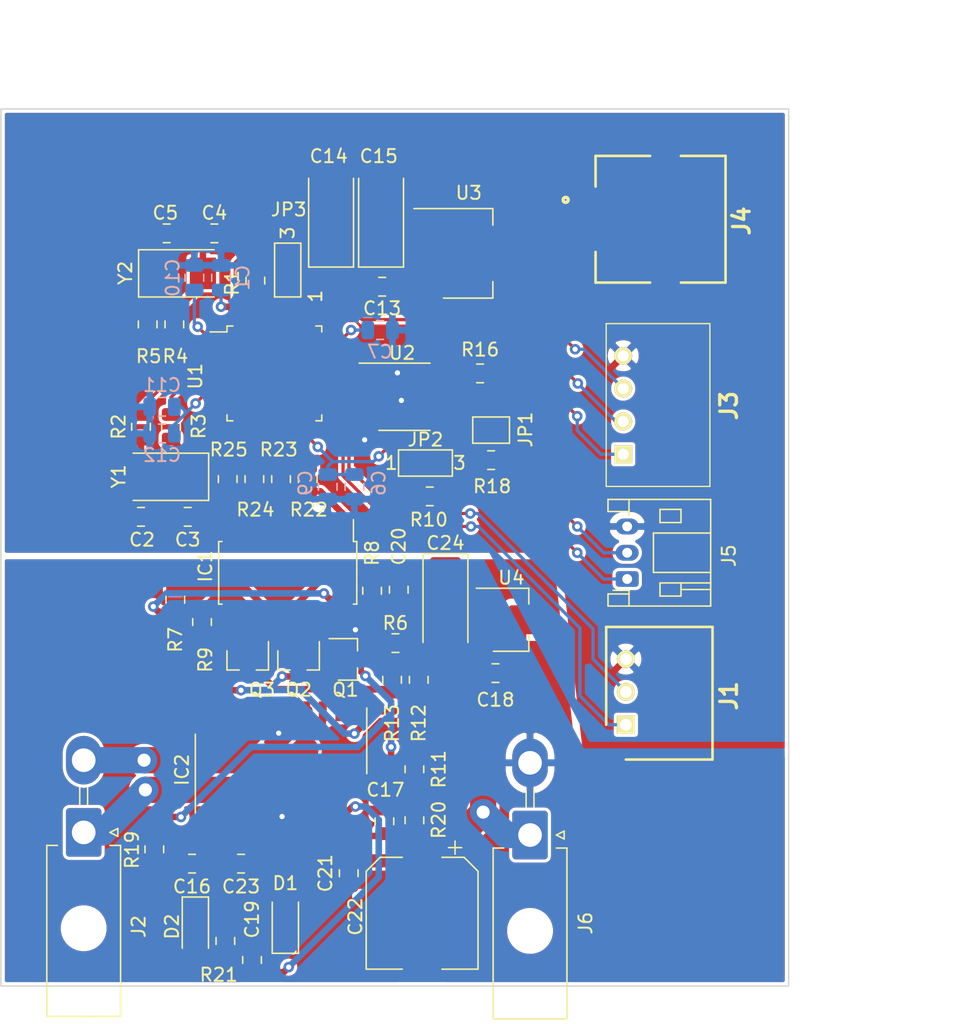
<source format=kicad_pcb>
(kicad_pcb (version 20171130) (host pcbnew "(5.1.0)-1")
  (layers (0 F.Cu signal) (31 B.Cu signal) (34 B.Paste user) (35 F.Paste user) (36 B.SilkS user) (37 F.SilkS user) (38 B.Mask user) (39 F.Mask user) (44 Edge.Cuts user))
  (net 0 "")
  (net 1 GNDD)
  (net 2 3.3VD)
  (net 3 "Net-(C2-Pad2)")
  (net 4 "Net-(C3-Pad2)")
  (net 5 "Net-(C4-Pad2)")
  (net 6 "Net-(C5-Pad2)")
  (net 7 VddD)
  (net 8 "Net-(C16-Pad2)")
  (net 9 "Net-(C17-Pad2)")
  (net 10 VddPWR)
  (net 11 "Net-(C19-Pad2)")
  (net 12 "Net-(C19-Pad1)")
  (net 13 5VPWR)
  (net 14 "Net-(C23-Pad2)")
  (net 15 "Net-(D1-Pad1)")
  (net 16 "Net-(IC1-Pad14)")
  (net 17 "Net-(IC1-Pad13)")
  (net 18 "Net-(IC1-Pad12)")
  (net 19 "Net-(IC1-Pad11)")
  (net 20 "Net-(IC1-Pad7)")
  (net 21 "Net-(IC1-Pad5)")
  (net 22 "Net-(IC1-Pad3)")
  (net 23 "Net-(IC1-Pad1)")
  (net 24 ENG2)
  (net 25 IN2)
  (net 26 IN1)
  (net 27 ENG1)
  (net 28 JTCK_SWCLK)
  (net 29 JTMS_SWDIO)
  (net 30 USART_TX)
  (net 31 USART_RX)
  (net 32 CAN_L)
  (net 33 CAN_H)
  (net 34 "Net-(JP1-Pad1)")
  (net 35 "Net-(JP2-Pad2)")
  (net 36 "Net-(JP2-Pad3)")
  (net 37 EN)
  (net 38 BOOT0)
  (net 39 "Net-(R2-Pad1)")
  (net 40 "Net-(R3-Pad1)")
  (net 41 "Net-(R4-Pad1)")
  (net 42 "Net-(R5-Pad2)")
  (net 43 ENABLE)
  (net 44 TIM3_CH2)
  (net 45 TIM3_CH3)
  (net 46 TIM3_CH4)
  (net 47 "Net-(U1-Pad46)")
  (net 48 "Net-(U1-Pad45)")
  (net 49 "Net-(U1-Pad43)")
  (net 50 "Net-(U1-Pad42)")
  (net 51 "Net-(U1-Pad41)")
  (net 52 CAN_TX)
  (net 53 CAN_RX)
  (net 54 "Net-(U1-Pad29)")
  (net 55 "Net-(U1-Pad28)")
  (net 56 "Net-(U1-Pad27)")
  (net 57 "Net-(U1-Pad26)")
  (net 58 "Net-(U1-Pad25)")
  (net 59 "Net-(U1-Pad22)")
  (net 60 "Net-(U1-Pad21)")
  (net 61 "Net-(U1-Pad16)")
  (net 62 "Net-(U1-Pad15)")
  (net 63 "Net-(U1-Pad14)")
  (net 64 "Net-(U1-Pad13)")
  (net 65 "Net-(U1-Pad12)")
  (net 66 "Net-(U1-Pad11)")
  (net 67 "Net-(U1-Pad10)")
  (net 68 "Net-(U1-Pad2)")
  (net 69 "Net-(U2-Pad5)")
  (net 70 "Net-(IC1-Pad9)")
  (net 71 "Net-(U1-Pad40)")
  (net 72 "Net-(U1-Pad39)")
  (net 73 "Net-(U1-Pad38)")
  (net 74 "Net-(U1-Pad7)")
  (net 75 "Net-(JP3-Pad2)")
  (net 76 GNDA)
  (module Connector_JST:JST_PH_S3B-PH-K_1x03_P2.00mm_Horizontal (layer F.Cu) (at 169.8 105.1 90)
    (fp_text reference J5 (at 1.77 7.746 270) (layer F.SilkS))
    (fp_text value Conn_01x03)
    (pad 3 thru_hole oval (at 4 0 90) (size 1.2 1.75) (drill 0.75) (layers *.Cu *.Mask) (net 1 GNDD))
    (pad 2 thru_hole oval (at 2 0 90) (size 1.2 1.75) (drill 0.75) (layers *.Cu *.Mask) (net 33 CAN_H))
    (pad 1 thru_hole roundrect (at 0 0 90) (size 1.2 1.75) (drill 0.75) (layers *.Cu *.Mask) (roundrect_rratio 0.208333) (net 32 CAN_L))
  )
  (module Package_SO:SOIC-8_3.9x4.9mm_P1.27mm (layer F.Cu) (at 152.832 91.22)
    (fp_text reference U2 (at -0.178 -3.336) (layer F.SilkS))
    (fp_text value SN65HVD230)
    (pad 8 smd roundrect (at 2.475 -1.905) (size 1.95 0.6) (layers F.Cu F.Paste F.Mask) (net 35 "Net-(JP2-Pad2)"))
    (pad 7 smd roundrect (at 2.475 -0.635) (size 1.95 0.6) (layers F.Cu F.Paste F.Mask) (net 33 CAN_H))
    (pad 6 smd roundrect (at 2.475 0.635) (size 1.95 0.6) (layers F.Cu F.Paste F.Mask) (net 32 CAN_L))
    (pad 5 smd roundrect (at 2.475 1.905) (size 1.95 0.6) (layers F.Cu F.Paste F.Mask) (net 69 "Net-(U2-Pad5)"))
    (pad 4 smd roundrect (at -2.475 1.905) (size 1.95 0.6) (layers F.Cu F.Paste F.Mask) (net 53 CAN_RX))
    (pad 3 smd roundrect (at -2.475 0.635) (size 1.95 0.6) (layers F.Cu F.Paste F.Mask) (net 2 3.3VD))
    (pad 2 smd roundrect (at -2.475 -0.635) (size 1.95 0.6) (layers F.Cu F.Paste F.Mask) (net 1 GNDD))
    (pad 1 smd roundrect (at -2.475 -1.905) (size 1.95 0.6) (layers F.Cu F.Paste F.Mask) (net 52 CAN_TX))
  )
  (module Resistor_SMD:R_0805_2012Metric (layer F.Cu) (at 154.7645 98.806)
    (fp_text reference R10 (at -0.0785 1.778) (layer F.SilkS))
    (fp_text value 2k2)
    (pad 1 smd roundrect (at -0.9375 0) (size 0.975 1.4) (layers F.Cu F.Paste F.Mask) (net 2 3.3VD))
    (pad 2 smd roundrect (at 0.9375 0) (size 0.975 1.4) (layers F.Cu F.Paste F.Mask) (net 36 "Net-(JP2-Pad3)"))
  )
  (module Package_TO_SOT_SMD:SOT-23 (layer F.Cu) (at 148.498 111.22)
    (fp_text reference Q1 (at -0.162 2.318) (layer F.SilkS))
    (fp_text value BC847)
    (pad 3 smd rect (at 1 0) (size 0.9 0.8) (layers F.Cu F.Paste F.Mask) (net 37 EN))
    (pad 2 smd rect (at -1 0.95) (size 0.9 0.8) (layers F.Cu F.Paste F.Mask) (net 76 GNDA))
    (pad 1 smd rect (at -1 -0.95) (size 0.9 0.8) (layers F.Cu F.Paste F.Mask) (net 16 "Net-(IC1-Pad14)"))
  )
  (module Diode_SMD:D_SOD-123 (layer F.Cu) (at 136.906 131.572 270)
    (fp_text reference D2 (at 0 1.778 270) (layer F.SilkS))
    (fp_text value 1N4148)
    (pad 1 smd rect (at -1.65 0 270) (size 0.9 1.2) (layers F.Cu F.Paste F.Mask) (net 14 "Net-(C23-Pad2)"))
    (pad 2 smd rect (at 1.65 0 270) (size 0.9 1.2) (layers F.Cu F.Paste F.Mask) (net 15 "Net-(D1-Pad1)"))
  )
  (module Resistor_SMD:R_0805_2012Metric (layer F.Cu) (at 137.414 108.3795 270)
    (fp_text reference R9 (at 2.8725 -0.254 90) (layer F.SilkS))
    (fp_text value 4k7)
    (pad 2 smd roundrect (at 0.9375 0 270) (size 0.975 1.4) (layers F.Cu F.Paste F.Mask) (net 18 "Net-(IC1-Pad12)"))
    (pad 1 smd roundrect (at -0.9375 0 270) (size 0.975 1.4) (layers F.Cu F.Paste F.Mask) (net 13 5VPWR))
  )
  (module 22-05-7035:SHDR3W70P0X250_1X3_990X790X510P (layer F.Cu) (at 169.7 116.2 270)
    (fp_text reference J1 (at -2.202 -7.846 90) (layer F.SilkS) (effects (font (size 1.27 1.27) (thickness 0.254))))
    (fp_text value Conn_01x03 hide)
    (pad 3 thru_hole circle (at -5 0) (size 1.35 1.35) (drill 0.9) (layers *.Cu *.Mask F.SilkS) (net 1 GNDD))
    (pad 2 thru_hole circle (at -2.5 0) (size 1.35 1.35) (drill 0.9) (layers *.Cu *.Mask F.SilkS) (net 30 USART_TX))
    (pad 1 thru_hole rect (at 0 0) (size 1.35 1.35) (drill 0.9) (layers *.Cu *.Mask F.SilkS) (net 31 USART_RX))
  )
  (module Package_SO:SOP-16_4.55x10.3mm_P1.27mm (layer F.Cu) (at 143.942 104.63 270)
    (fp_text reference IC1 (at -0.49 6.274 270) (layer F.SilkS))
    (fp_text value ACSL-6400-00TE)
    (pad 16 smd roundrect (at 3.25 -4.445 270) (size 1.6 0.6) (layers F.Cu F.Paste F.Mask) (net 76 GNDA))
    (pad 15 smd roundrect (at 3.25 -3.175 270) (size 1.6 0.6) (layers F.Cu F.Paste F.Mask) (net 13 5VPWR))
    (pad 14 smd roundrect (at 3.25 -1.905 270) (size 1.6 0.6) (layers F.Cu F.Paste F.Mask) (net 16 "Net-(IC1-Pad14)"))
    (pad 13 smd roundrect (at 3.25 -0.635 270) (size 1.6 0.6) (layers F.Cu F.Paste F.Mask) (net 17 "Net-(IC1-Pad13)"))
    (pad 12 smd roundrect (at 3.25 0.635 270) (size 1.6 0.6) (layers F.Cu F.Paste F.Mask) (net 18 "Net-(IC1-Pad12)"))
    (pad 11 smd roundrect (at 3.25 1.905 270) (size 1.6 0.6) (layers F.Cu F.Paste F.Mask) (net 19 "Net-(IC1-Pad11)"))
    (pad 10 smd roundrect (at 3.25 3.175 270) (size 1.6 0.6) (layers F.Cu F.Paste F.Mask) (net 13 5VPWR))
    (pad 9 smd roundrect (at 3.25 4.445 270) (size 1.6 0.6) (layers F.Cu F.Paste F.Mask) (net 70 "Net-(IC1-Pad9)"))
    (pad 8 smd roundrect (at -3.25 4.445 270) (size 1.6 0.6) (layers F.Cu F.Paste F.Mask) (net 1 GNDD))
    (pad 7 smd roundrect (at -3.25 3.175 270) (size 1.6 0.6) (layers F.Cu F.Paste F.Mask) (net 20 "Net-(IC1-Pad7)"))
    (pad 6 smd roundrect (at -3.25 1.905 270) (size 1.6 0.6) (layers F.Cu F.Paste F.Mask) (net 1 GNDD))
    (pad 5 smd roundrect (at -3.25 0.635 270) (size 1.6 0.6) (layers F.Cu F.Paste F.Mask) (net 21 "Net-(IC1-Pad5)"))
    (pad 4 smd roundrect (at -3.25 -0.635 270) (size 1.6 0.6) (layers F.Cu F.Paste F.Mask) (net 1 GNDD))
    (pad 3 smd roundrect (at -3.25 -1.905 270) (size 1.6 0.6) (layers F.Cu F.Paste F.Mask) (net 22 "Net-(IC1-Pad3)"))
    (pad 2 smd roundrect (at -3.25 -3.175 270) (size 1.6 0.6) (layers F.Cu F.Paste F.Mask) (net 1 GNDD))
    (pad 1 smd roundrect (at -3.25 -4.445 270) (size 1.6 0.6) (layers F.Cu F.Paste F.Mask) (net 23 "Net-(IC1-Pad1)"))
  )
  (module Package_QFP:LQFP-48_7x7mm_P0.5mm (layer F.Cu) (at 142.926 89.442)
    (fp_text reference U1 (at -6.02 0.22 90) (layer F.SilkS))
    (fp_text value STM32F103C8Tx hide)
    (pad 48 smd roundrect (at -2.75 -4.1625) (size 0.3 1.475) (layers F.Cu F.Paste F.Mask) (net 2 3.3VD))
    (pad 47 smd roundrect (at -2.25 -4.1625) (size 0.3 1.475) (layers F.Cu F.Paste F.Mask) (net 1 GNDD))
    (pad 46 smd roundrect (at -1.75 -4.1625) (size 0.3 1.475) (layers F.Cu F.Paste F.Mask) (net 47 "Net-(U1-Pad46)"))
    (pad 45 smd roundrect (at -1.25 -4.1625) (size 0.3 1.475) (layers F.Cu F.Paste F.Mask) (net 48 "Net-(U1-Pad45)"))
    (pad 44 smd roundrect (at -0.75 -4.1625) (size 0.3 1.475) (layers F.Cu F.Paste F.Mask) (net 38 BOOT0))
    (pad 43 smd roundrect (at -0.25 -4.1625) (size 0.3 1.475) (layers F.Cu F.Paste F.Mask) (net 49 "Net-(U1-Pad43)"))
    (pad 42 smd roundrect (at 0.25 -4.1625) (size 0.3 1.475) (layers F.Cu F.Paste F.Mask) (net 50 "Net-(U1-Pad42)"))
    (pad 41 smd roundrect (at 0.75 -4.1625) (size 0.3 1.475) (layers F.Cu F.Paste F.Mask) (net 51 "Net-(U1-Pad41)"))
    (pad 40 smd roundrect (at 1.25 -4.1625) (size 0.3 1.475) (layers F.Cu F.Paste F.Mask) (net 71 "Net-(U1-Pad40)"))
    (pad 39 smd roundrect (at 1.75 -4.1625) (size 0.3 1.475) (layers F.Cu F.Paste F.Mask) (net 72 "Net-(U1-Pad39)"))
    (pad 38 smd roundrect (at 2.25 -4.1625) (size 0.3 1.475) (layers F.Cu F.Paste F.Mask) (net 73 "Net-(U1-Pad38)"))
    (pad 37 smd roundrect (at 2.75 -4.1625) (size 0.3 1.475) (layers F.Cu F.Paste F.Mask) (net 28 JTCK_SWCLK))
    (pad 36 smd roundrect (at 4.1625 -2.75) (size 1.475 0.3) (layers F.Cu F.Paste F.Mask) (net 2 3.3VD))
    (pad 35 smd roundrect (at 4.1625 -2.25) (size 1.475 0.3) (layers F.Cu F.Paste F.Mask) (net 1 GNDD))
    (pad 34 smd roundrect (at 4.1625 -1.75) (size 1.475 0.3) (layers F.Cu F.Paste F.Mask) (net 29 JTMS_SWDIO))
    (pad 33 smd roundrect (at 4.1625 -1.25) (size 1.475 0.3) (layers F.Cu F.Paste F.Mask) (net 52 CAN_TX))
    (pad 32 smd roundrect (at 4.1625 -0.75) (size 1.475 0.3) (layers F.Cu F.Paste F.Mask) (net 53 CAN_RX))
    (pad 31 smd roundrect (at 4.1625 -0.25) (size 1.475 0.3) (layers F.Cu F.Paste F.Mask) (net 30 USART_TX))
    (pad 30 smd roundrect (at 4.1625 0.25) (size 1.475 0.3) (layers F.Cu F.Paste F.Mask) (net 31 USART_RX))
    (pad 29 smd roundrect (at 4.1625 0.75) (size 1.475 0.3) (layers F.Cu F.Paste F.Mask) (net 54 "Net-(U1-Pad29)"))
    (pad 28 smd roundrect (at 4.1625 1.25) (size 1.475 0.3) (layers F.Cu F.Paste F.Mask) (net 55 "Net-(U1-Pad28)"))
    (pad 27 smd roundrect (at 4.1625 1.75) (size 1.475 0.3) (layers F.Cu F.Paste F.Mask) (net 56 "Net-(U1-Pad27)"))
    (pad 26 smd roundrect (at 4.1625 2.25) (size 1.475 0.3) (layers F.Cu F.Paste F.Mask) (net 57 "Net-(U1-Pad26)"))
    (pad 25 smd roundrect (at 4.1625 2.75) (size 1.475 0.3) (layers F.Cu F.Paste F.Mask) (net 58 "Net-(U1-Pad25)"))
    (pad 24 smd roundrect (at 2.75 4.1625) (size 0.3 1.475) (layers F.Cu F.Paste F.Mask) (net 2 3.3VD))
    (pad 23 smd roundrect (at 2.25 4.1625) (size 0.3 1.475) (layers F.Cu F.Paste F.Mask) (net 1 GNDD))
    (pad 22 smd roundrect (at 1.75 4.1625) (size 0.3 1.475) (layers F.Cu F.Paste F.Mask) (net 59 "Net-(U1-Pad22)"))
    (pad 21 smd roundrect (at 1.25 4.1625) (size 0.3 1.475) (layers F.Cu F.Paste F.Mask) (net 60 "Net-(U1-Pad21)"))
    (pad 20 smd roundrect (at 0.75 4.1625) (size 0.3 1.475) (layers F.Cu F.Paste F.Mask) (net 43 ENABLE))
    (pad 19 smd roundrect (at 0.25 4.1625) (size 0.3 1.475) (layers F.Cu F.Paste F.Mask) (net 46 TIM3_CH4))
    (pad 18 smd roundrect (at -0.25 4.1625) (size 0.3 1.475) (layers F.Cu F.Paste F.Mask) (net 45 TIM3_CH3))
    (pad 17 smd roundrect (at -0.75 4.1625) (size 0.3 1.475) (layers F.Cu F.Paste F.Mask) (net 44 TIM3_CH2))
    (pad 16 smd roundrect (at -1.25 4.1625) (size 0.3 1.475) (layers F.Cu F.Paste F.Mask) (net 61 "Net-(U1-Pad16)"))
    (pad 15 smd roundrect (at -1.75 4.1625) (size 0.3 1.475) (layers F.Cu F.Paste F.Mask) (net 62 "Net-(U1-Pad15)"))
    (pad 14 smd roundrect (at -2.25 4.1625) (size 0.3 1.475) (layers F.Cu F.Paste F.Mask) (net 63 "Net-(U1-Pad14)"))
    (pad 13 smd roundrect (at -2.75 4.1625) (size 0.3 1.475) (layers F.Cu F.Paste F.Mask) (net 64 "Net-(U1-Pad13)"))
    (pad 12 smd roundrect (at -4.1625 2.75) (size 1.475 0.3) (layers F.Cu F.Paste F.Mask) (net 65 "Net-(U1-Pad12)"))
    (pad 11 smd roundrect (at -4.1625 2.25) (size 1.475 0.3) (layers F.Cu F.Paste F.Mask) (net 66 "Net-(U1-Pad11)"))
    (pad 10 smd roundrect (at -4.1625 1.75) (size 1.475 0.3) (layers F.Cu F.Paste F.Mask) (net 67 "Net-(U1-Pad10)"))
    (pad 9 smd roundrect (at -4.1625 1.25) (size 1.475 0.3) (layers F.Cu F.Paste F.Mask) (net 2 3.3VD))
    (pad 8 smd roundrect (at -4.1625 0.75) (size 1.475 0.3) (layers F.Cu F.Paste F.Mask) (net 1 GNDD))
    (pad 7 smd roundrect (at -4.1625 0.25) (size 1.475 0.3) (layers F.Cu F.Paste F.Mask) (net 74 "Net-(U1-Pad7)"))
    (pad 6 smd roundrect (at -4.1625 -0.25) (size 1.475 0.3) (layers F.Cu F.Paste F.Mask) (net 40 "Net-(R3-Pad1)"))
    (pad 5 smd roundrect (at -4.1625 -0.75) (size 1.475 0.3) (layers F.Cu F.Paste F.Mask) (net 39 "Net-(R2-Pad1)"))
    (pad 4 smd roundrect (at -4.1625 -1.25) (size 1.475 0.3) (layers F.Cu F.Paste F.Mask) (net 42 "Net-(R5-Pad2)"))
    (pad 3 smd roundrect (at -4.1625 -1.75) (size 1.475 0.3) (layers F.Cu F.Paste F.Mask) (net 41 "Net-(R4-Pad1)"))
    (pad 2 smd roundrect (at -4.1625 -2.25) (size 1.475 0.3) (layers F.Cu F.Paste F.Mask) (net 68 "Net-(U1-Pad2)"))
    (pad 1 smd roundrect (at -4.1625 -2.75) (size 1.475 0.3) (layers F.Cu F.Paste F.Mask) (net 2 3.3VD))
  )
  (module Capacitor_SMD:CP_Elec_8x5.4 (layer F.Cu) (at 154.178 130.556 270)
    (fp_text reference C22 (at 0.254 5.08 270) (layer F.SilkS))
    (fp_text value 100uF)
    (pad 1 smd roundrect (at -3.05 0 270) (size 4 2.5) (layers F.Cu F.Paste F.Mask) (roundrect_rratio 0.1) (net 10 VddPWR))
    (pad 2 smd roundrect (at 3.05 0 270) (size 4 2.5) (layers F.Cu F.Paste F.Mask) (roundrect_rratio 0.1) (net 76 GNDA))
  )
  (module Capacitor_SMD:C_0805_2012Metric (layer F.Cu) (at 159.766 112.268)
    (fp_text reference C18 (at 0 2.032 -180) (layer F.SilkS))
    (fp_text value 330nF)
    (pad 2 smd roundrect (at 0.9375 0) (size 0.975 1.4) (layers F.Cu F.Paste F.Mask) (net 76 GNDA))
    (pad 1 smd roundrect (at -0.9375 0) (size 0.975 1.4) (layers F.Cu F.Paste F.Mask) (net 10 VddPWR))
  )
  (module 22-05-7045:22-05-7045 (layer F.Cu) (at 169.5 95.6 270)
    (fp_text reference J3 (at -3.7 -8.046 270) (layer F.SilkS) (effects (font (size 1.27 1.27) (thickness 0.254))))
    (fp_text value Conn_01x04 hide)
    (pad 4 thru_hole circle (at -7.5 0) (size 1.35 1.35) (drill 0.85) (layers *.Cu *.Mask F.SilkS) (net 1 GNDD))
    (pad 3 thru_hole circle (at -5 0) (size 1.35 1.35) (drill 0.85) (layers *.Cu *.Mask F.SilkS) (net 28 JTCK_SWCLK))
    (pad 2 thru_hole circle (at -2.5 0) (size 1.35 1.35) (drill 0.85) (layers *.Cu *.Mask F.SilkS) (net 29 JTMS_SWDIO))
    (pad 1 thru_hole rect (at 0 0) (size 1.35 1.35) (drill 0.85) (layers *.Cu *.Mask F.SilkS) (net 2 3.3VD))
  )
  (module 43650-0212:43650-0214 (layer F.Cu) (at 177.292 77.7 90)
    (fp_text reference J4 (at -0.13 1.224 270) (layer F.SilkS) (effects (font (size 1.27 1.27) (thickness 0.254))))
    (fp_text value Conn_01x02 hide)
    (pad 1 smd rect (at 1.5 -10.07 90) (size 1.27 2.92) (layers F.Cu F.Paste F.Mask) (net 7 VddD))
    (pad 2 smd rect (at -1.5 -10.07 90) (size 1.27 2.92) (layers F.Cu F.Paste F.Mask) (net 1 GNDD))
    (pad 3 smd rect (at -5.385 -4.6 180) (size 1.65 3.43) (layers F.Cu F.Paste F.Mask))
    (pad 4 smd rect (at 5.385 -4.6 180) (size 1.65 3.43) (layers F.Cu F.Paste F.Mask))
  )
  (module Connector_Molex:Molex_Mini-Fit_Jr_5569-02A2_2x01_P4.20mm_Horizontal (layer F.Cu) (at 128.4 124.4 180)
    (fp_text reference J2 (at -4.188 -7.172 270) (layer F.SilkS))
    (fp_text value Conn_01x02)
    (pad 1 thru_hole roundrect (at 0 0 180) (size 2.7 3.7) (drill 1.8) (layers *.Cu *.Mask) (roundrect_rratio 0.09259299999999999) (net 24 ENG2))
    (pad 2 thru_hole oval (at 0 5.5 180) (size 2.7 3.7) (drill 1.8) (layers *.Cu *.Mask) (net 27 ENG1))
    (pad "" np_thru_hole circle (at 0 -7.3 180) (size 3 3) (drill 3) (layers *.Cu *.Mask))
  )
  (module Connector_Molex:Molex_Mini-Fit_Jr_5569-02A2_2x01_P4.20mm_Horizontal (layer F.Cu) (at 162.4 124.6 180)
    (fp_text reference J6 (at -4.224 -6.718 270) (layer F.SilkS))
    (fp_text value Conn_01x02)
    (pad 1 thru_hole roundrect (at 0 0 180) (size 2.7 3.7) (drill 1.8) (layers *.Cu *.Mask) (roundrect_rratio 0.09259299999999999) (net 10 VddPWR))
    (pad 2 thru_hole oval (at 0 5.5 180) (size 2.7 3.7) (drill 1.8) (layers *.Cu *.Mask) (net 76 GNDA))
    (pad "" np_thru_hole circle (at 0 -7.3 180) (size 3 3) (drill 3) (layers *.Cu *.Mask))
  )
  (module Resistor_SMD:R_0805_2012Metric (layer F.Cu) (at 132.766 93.506 270)
    (fp_text reference R2 (at 0 1.702 90) (layer F.SilkS))
    (fp_text value 10k)
    (pad 2 smd roundrect (at 0.9375 0 270) (size 0.975 1.4) (layers F.Cu F.Paste F.Mask) (net 3 "Net-(C2-Pad2)"))
    (pad 1 smd roundrect (at -0.9375 0 270) (size 0.975 1.4) (layers F.Cu F.Paste F.Mask) (net 39 "Net-(R2-Pad1)"))
  )
  (module Capacitor_SMD:C_0805_2012Metric (layer F.Cu) (at 141.222 134.112 270)
    (fp_text reference C19 (at -3.088 -0.002 90) (layer F.SilkS))
    (fp_text value 10nF)
    (pad 2 smd roundrect (at 0.9375 0 270) (size 0.975 1.4) (layers F.Cu F.Paste F.Mask) (net 11 "Net-(C19-Pad2)"))
    (pad 1 smd roundrect (at -0.9375 0 270) (size 0.975 1.4) (layers F.Cu F.Paste F.Mask) (net 12 "Net-(C19-Pad1)"))
  )
  (module Diode_SMD:D_SOD-123 (layer F.Cu) (at 143.762 131.358 90)
    (fp_text reference D1 (at 3.088 0.002 180) (layer F.SilkS))
    (fp_text value 1N4148)
    (pad 2 smd rect (at 1.65 0 90) (size 0.9 1.2) (layers F.Cu F.Paste F.Mask) (net 10 VddPWR))
    (pad 1 smd rect (at -1.65 0 90) (size 0.9 1.2) (layers F.Cu F.Paste F.Mask) (net 15 "Net-(D1-Pad1)"))
  )
  (module Resistor_SMD:R_0805_2012Metric (layer F.Cu) (at 139.192 132.6665 90)
    (fp_text reference R21 (at -2.5785 -0.506) (layer F.SilkS))
    (fp_text value 100R)
    (pad 2 smd roundrect (at 0.9375 0 90) (size 0.975 1.4) (layers F.Cu F.Paste F.Mask) (net 15 "Net-(D1-Pad1)"))
    (pad 1 smd roundrect (at -0.9375 0 90) (size 0.975 1.4) (layers F.Cu F.Paste F.Mask) (net 12 "Net-(C19-Pad1)"))
  )
  (module Resistor_SMD:R_0805_2012Metric (layer F.Cu) (at 153.924 112.776 90)
    (fp_text reference R12 (at -3.302 0 90) (layer F.SilkS))
    (fp_text value 4k7)
    (pad 2 smd roundrect (at 0.9375 0 90) (size 0.975 1.4) (layers F.Cu F.Paste F.Mask) (net 13 5VPWR))
    (pad 1 smd roundrect (at -0.9375 0 90) (size 0.975 1.4) (layers F.Cu F.Paste F.Mask) (net 26 IN1))
  )
  (module Capacitor_SMD:C_0805_2012Metric (layer B.Cu) (at 146.99 98.078 90)
    (fp_text reference C9 (at 0.288 -1.702 270) (layer B.SilkS) (effects (justify mirror)))
    (fp_text value 1uF)
    (pad 2 smd roundrect (at 0.9375 0 90) (size 0.975 1.4) (layers B.Cu B.Paste B.Mask) (net 2 3.3VD))
    (pad 1 smd roundrect (at -0.9375 0 90) (size 0.975 1.4) (layers B.Cu B.Paste B.Mask) (net 1 GNDD))
  )
  (module Capacitor_SMD:C_0805_2012Metric (layer F.Cu) (at 140.386 126.78 180)
    (fp_text reference C23 (at 0 -1.744) (layer F.SilkS))
    (fp_text value 220nF)
    (pad 2 smd roundrect (at 0.9375 0 180) (size 0.975 1.4) (layers F.Cu F.Paste F.Mask) (net 14 "Net-(C23-Pad2)"))
    (pad 1 smd roundrect (at -0.9375 0 180) (size 0.975 1.4) (layers F.Cu F.Paste F.Mask) (net 10 VddPWR))
  )
  (module Capacitor_Tantalum_SMD:CP_EIA-6032-28_Kemet-C (layer F.Cu) (at 155.956 106.934 270)
    (fp_text reference C24 (at -4.572 0 180) (layer F.SilkS))
    (fp_text value 47uF)
    (pad 2 smd roundrect (at 2.4625 0 270) (size 2.075 2.35) (layers F.Cu F.Paste F.Mask) (roundrect_rratio 0.120482) (net 76 GNDA))
    (pad 1 smd roundrect (at -2.4625 0 270) (size 2.075 2.35) (layers F.Cu F.Paste F.Mask) (roundrect_rratio 0.120482) (net 13 5VPWR))
  )
  (module Capacitor_Tantalum_SMD:CP_EIA-6032-28_Kemet-C (layer F.Cu) (at 151.054 77.5815 90)
    (fp_text reference C15 (at 4.6835 -0.178 180) (layer F.SilkS))
    (fp_text value 47uF)
    (pad 2 smd roundrect (at 2.4625 0 90) (size 2.075 2.35) (layers F.Cu F.Paste F.Mask) (roundrect_rratio 0.120482) (net 1 GNDD))
    (pad 1 smd roundrect (at -2.4625 0 90) (size 2.075 2.35) (layers F.Cu F.Paste F.Mask) (roundrect_rratio 0.120482) (net 2 3.3VD))
  )
  (module Capacitor_Tantalum_SMD:CP_EIA-6032-28_Kemet-C (layer F.Cu) (at 147.244 77.5815 90)
    (fp_text reference C14 (at 4.6835 -0.178 180) (layer F.SilkS))
    (fp_text value 10uF)
    (pad 2 smd roundrect (at 2.4625 0 90) (size 2.075 2.35) (layers F.Cu F.Paste F.Mask) (roundrect_rratio 0.120482) (net 1 GNDD))
    (pad 1 smd roundrect (at -2.4625 0 90) (size 2.075 2.35) (layers F.Cu F.Paste F.Mask) (roundrect_rratio 0.120482) (net 2 3.3VD))
  )
  (module Crystal:Crystal_SMD_5032-2Pin_5.0x3.2mm (layer F.Cu) (at 135.632 81.822)
    (fp_text reference Y2 (at -4.06 -0.034 90) (layer F.SilkS))
    (fp_text value "LSE OSC")
    (pad 2 smd rect (at 1.85 0) (size 2 2.4) (layers F.Cu F.Paste F.Mask) (net 5 "Net-(C4-Pad2)"))
    (pad 1 smd rect (at -1.85 0) (size 2 2.4) (layers F.Cu F.Paste F.Mask) (net 6 "Net-(C5-Pad2)"))
  )
  (module Crystal:Crystal_SMD_5032-2Pin_5.0x3.2mm (layer F.Cu) (at 134.87 97.316 180)
    (fp_text reference Y1 (at 3.806 0.034 90) (layer F.SilkS))
    (fp_text value "HSE OSC")
    (pad 2 smd rect (at 1.85 0 180) (size 2 2.4) (layers F.Cu F.Paste F.Mask) (net 3 "Net-(C2-Pad2)"))
    (pad 1 smd rect (at -1.85 0 180) (size 2 2.4) (layers F.Cu F.Paste F.Mask) (net 4 "Net-(C3-Pad2)"))
  )
  (module Package_TO_SOT_SMD:SOT-223-3_TabPin2 (layer F.Cu) (at 157.658 80.298)
    (fp_text reference U3 (at 0.076 -4.606) (layer F.SilkS))
    (fp_text value LD1117S33TR_SOT223)
    (pad 1 smd rect (at -3.15 -2.3) (size 2 1.5) (layers F.Cu F.Paste F.Mask) (net 1 GNDD))
    (pad 3 smd rect (at -3.15 2.3) (size 2 1.5) (layers F.Cu F.Paste F.Mask) (net 7 VddD))
    (pad 2 smd rect (at -3.15 0) (size 2 1.5) (layers F.Cu F.Paste F.Mask) (net 2 3.3VD))
    (pad 2 smd rect (at 3.15 0) (size 2 3.8) (layers F.Cu F.Paste F.Mask) (net 2 3.3VD))
  )
  (module Resistor_SMD:R_0805_2012Metric (layer F.Cu) (at 139.37 97.4915 270)
    (fp_text reference R25 (at -2.2415 -0.076 180) (layer F.SilkS))
    (fp_text value 1k)
    (pad 2 smd roundrect (at 0.9375 0 270) (size 0.975 1.4) (layers F.Cu F.Paste F.Mask) (net 20 "Net-(IC1-Pad7)"))
    (pad 1 smd roundrect (at -0.9375 0 270) (size 0.975 1.4) (layers F.Cu F.Paste F.Mask) (net 44 TIM3_CH2))
  )
  (module Resistor_SMD:R_0805_2012Metric (layer F.Cu) (at 141.402 97.4915 270)
    (fp_text reference R24 (at 2.3305 -0.076 180) (layer F.SilkS))
    (fp_text value 1k)
    (pad 2 smd roundrect (at 0.9375 0 270) (size 0.975 1.4) (layers F.Cu F.Paste F.Mask) (net 21 "Net-(IC1-Pad5)"))
    (pad 1 smd roundrect (at -0.9375 0 270) (size 0.975 1.4) (layers F.Cu F.Paste F.Mask) (net 45 TIM3_CH3))
  )
  (module Resistor_SMD:R_0805_2012Metric (layer F.Cu) (at 143.434 97.4915 270)
    (fp_text reference R23 (at -2.2415 0.178 180) (layer F.SilkS))
    (fp_text value 1k)
    (pad 2 smd roundrect (at 0.9375 0 270) (size 0.975 1.4) (layers F.Cu F.Paste F.Mask) (net 22 "Net-(IC1-Pad3)"))
    (pad 1 smd roundrect (at -0.9375 0 270) (size 0.975 1.4) (layers F.Cu F.Paste F.Mask) (net 46 TIM3_CH4))
  )
  (module Resistor_SMD:R_0805_2012Metric (layer F.Cu) (at 145.466 97.4915 270)
    (fp_text reference R22 (at 2.3305 -0.076) (layer F.SilkS))
    (fp_text value 1k)
    (pad 2 smd roundrect (at 0.9375 0 270) (size 0.975 1.4) (layers F.Cu F.Paste F.Mask) (net 23 "Net-(IC1-Pad1)"))
    (pad 1 smd roundrect (at -0.9375 0 270) (size 0.975 1.4) (layers F.Cu F.Paste F.Mask) (net 43 ENABLE))
  )
  (module Resistor_SMD:R_0805_2012Metric (layer F.Cu) (at 153.594 123.478 90)
    (fp_text reference R20 (at 0.034 1.854 90) (layer F.SilkS))
    (fp_text value 100k)
    (pad 2 smd roundrect (at 0.9375 0 90) (size 0.975 1.4) (layers F.Cu F.Paste F.Mask) (net 37 EN))
    (pad 1 smd roundrect (at -0.9375 0 90) (size 0.975 1.4) (layers F.Cu F.Paste F.Mask) (net 9 "Net-(C17-Pad2)"))
  )
  (module Resistor_SMD:R_0805_2012Metric (layer F.Cu) (at 159.436 96.046 180)
    (fp_text reference R18 (at -0.076 -1.998) (layer F.SilkS))
    (fp_text value 120R)
    (pad 2 smd roundrect (at 0.9375 0 180) (size 0.975 1.4) (layers F.Cu F.Paste F.Mask) (net 32 CAN_L))
    (pad 1 smd roundrect (at -0.9375 0 180) (size 0.975 1.4) (layers F.Cu F.Paste F.Mask) (net 34 "Net-(JP1-Pad1)"))
  )
  (module Resistor_SMD:R_0805_2012Metric (layer F.Cu) (at 158.5955 89.442 180)
    (fp_text reference R16 (at 0 1.812) (layer F.SilkS))
    (fp_text value 10k)
    (pad 2 smd roundrect (at 0.9375 0 180) (size 0.975 1.4) (layers F.Cu F.Paste F.Mask) (net 35 "Net-(JP2-Pad2)"))
    (pad 1 smd roundrect (at -0.9375 0 180) (size 0.975 1.4) (layers F.Cu F.Paste F.Mask) (net 1 GNDD))
  )
  (module Resistor_SMD:R_0805_2012Metric (layer F.Cu) (at 133.274 85.7105 270)
    (fp_text reference R5 (at 2.4275 -0.076 180) (layer F.SilkS))
    (fp_text value 10k)
    (pad 2 smd roundrect (at 0.9375 0 270) (size 0.975 1.4) (layers F.Cu F.Paste F.Mask) (net 42 "Net-(R5-Pad2)"))
    (pad 1 smd roundrect (at -0.9375 0 270) (size 0.975 1.4) (layers F.Cu F.Paste F.Mask) (net 6 "Net-(C5-Pad2)"))
  )
  (module Resistor_SMD:R_0805_2012Metric (layer F.Cu) (at 135.306 85.7105 90)
    (fp_text reference R4 (at -2.4275 0.076) (layer F.SilkS))
    (fp_text value 10k)
    (pad 2 smd roundrect (at 0.9375 0 90) (size 0.975 1.4) (layers F.Cu F.Paste F.Mask) (net 5 "Net-(C4-Pad2)"))
    (pad 1 smd roundrect (at -0.9375 0 90) (size 0.975 1.4) (layers F.Cu F.Paste F.Mask) (net 41 "Net-(R4-Pad1)"))
  )
  (module Resistor_SMD:R_0805_2012Metric (layer F.Cu) (at 135.052 93.506 270)
    (fp_text reference R3 (at -0.034 -2.108 90) (layer F.SilkS))
    (fp_text value 10k)
    (pad 2 smd roundrect (at 0.9375 0 270) (size 0.975 1.4) (layers F.Cu F.Paste F.Mask) (net 4 "Net-(C3-Pad2)"))
    (pad 1 smd roundrect (at -0.9375 0 270) (size 0.975 1.4) (layers F.Cu F.Paste F.Mask) (net 40 "Net-(R3-Pad1)"))
  )
  (module Resistor_SMD:R_0805_2012Metric (layer F.Cu) (at 141.478 82.3745 90)
    (fp_text reference R1 (at -0.1755 -1.778 270) (layer F.SilkS))
    (fp_text value 10k)
    (pad 1 smd roundrect (at -0.9375 0 90) (size 0.975 1.4) (layers F.Cu F.Paste F.Mask) (net 38 BOOT0))
    (pad 2 smd roundrect (at 0.9375 0 90) (size 0.975 1.4) (layers F.Cu F.Paste F.Mask) (net 75 "Net-(JP3-Pad2)"))
  )
  (module Jumper:SolderJumper-3_P1.3mm_Open_Pad1.0x1.5mm_NumberLabels (layer F.Cu) (at 143.942 81.568 90)
    (fp_text reference JP3 (at 4.606 0.076 180) (layer F.SilkS))
    (fp_text value Jumper_3_Open)
    (fp_text user 1 (at -1.998 2.108 90) (layer F.SilkS))
    (fp_text user 3 (at 2.828 0 90) (layer F.SilkS))
    (pad 1 smd rect (at -1.3 0 90) (size 1 1.5) (layers F.Cu F.Mask) (net 1 GNDD))
    (pad 2 smd rect (at 0 0 90) (size 1 1.5) (layers F.Cu F.Mask) (net 75 "Net-(JP3-Pad2)"))
    (pad 3 smd rect (at 1.3 0 90) (size 1 1.5) (layers F.Cu F.Mask) (net 2 3.3VD))
  )
  (module Jumper:SolderJumper-3_P1.3mm_Open_Pad1.0x1.5mm_NumberLabels (layer F.Cu) (at 154.432 96.266)
    (fp_text reference JP2 (at 0 -1.778) (layer F.SilkS))
    (fp_text value Jumper_3_Open)
    (fp_text user 3 (at 2.6 0) (layer F.SilkS))
    (fp_text user 1 (at -2.6 0) (layer F.SilkS))
    (pad 3 smd rect (at 1.3 0) (size 1 1.5) (layers F.Cu F.Mask) (net 36 "Net-(JP2-Pad3)"))
    (pad 2 smd rect (at 0 0) (size 1 1.5) (layers F.Cu F.Mask) (net 35 "Net-(JP2-Pad2)"))
    (pad 1 smd rect (at -1.3 0) (size 1 1.5) (layers F.Cu F.Mask) (net 1 GNDD))
  )
  (module Jumper:SolderJumper-2_P1.3mm_Open_Pad1.0x1.5mm (layer F.Cu) (at 159.436 93.76 180)
    (fp_text reference JP1 (at -2.616 0.034 90) (layer F.SilkS))
    (fp_text value Zworka)
    (pad 1 smd rect (at -0.65 0 180) (size 1 1.5) (layers F.Cu F.Mask) (net 34 "Net-(JP1-Pad1)"))
    (pad 2 smd rect (at 0.65 0 180) (size 1 1.5) (layers F.Cu F.Mask) (net 33 CAN_H))
  )
  (module Capacitor_SMD:C_0805_2012Metric (layer F.Cu) (at 151.1325 82.838 180)
    (fp_text reference C13 (at 0 -1.65) (layer F.SilkS))
    (fp_text value 100nF)
    (pad 2 smd roundrect (at 0.9375 0 180) (size 0.975 1.4) (layers F.Cu F.Paste F.Mask) (net 1 GNDD))
    (pad 1 smd roundrect (at -0.9375 0 180) (size 0.975 1.4) (layers F.Cu F.Paste F.Mask) (net 7 VddD))
  )
  (module Capacitor_SMD:C_0805_2012Metric (layer B.Cu) (at 134.3685 94.014)
    (fp_text reference C12 (at 0 1.65) (layer B.SilkS) (effects (justify mirror)))
    (fp_text value 100nF)
    (pad 2 smd roundrect (at 0.9375 0) (size 0.975 1.4) (layers B.Cu B.Paste B.Mask) (net 2 3.3VD))
    (pad 1 smd roundrect (at -0.9375 0) (size 0.975 1.4) (layers B.Cu B.Paste B.Mask) (net 1 GNDD))
  )
  (module Capacitor_SMD:C_0805_2012Metric (layer B.Cu) (at 134.3685 91.982 180)
    (fp_text reference C11 (at 0 1.65) (layer B.SilkS) (effects (justify mirror)))
    (fp_text value 100nF)
    (pad 2 smd roundrect (at 0.9375 0 180) (size 0.975 1.4) (layers B.Cu B.Paste B.Mask) (net 1 GNDD))
    (pad 1 smd roundrect (at -0.9375 0 180) (size 0.975 1.4) (layers B.Cu B.Paste B.Mask) (net 2 3.3VD))
  )
  (module Capacitor_SMD:C_0805_2012Metric (layer B.Cu) (at 136.83 82.1545 270)
    (fp_text reference C10 (at 0 1.65 270) (layer B.SilkS) (effects (justify mirror)))
    (fp_text value 100nF)
    (pad 2 smd roundrect (at 0.9375 0 270) (size 0.975 1.4) (layers B.Cu B.Paste B.Mask) (net 2 3.3VD))
    (pad 1 smd roundrect (at -0.9375 0 270) (size 0.975 1.4) (layers B.Cu B.Paste B.Mask) (net 1 GNDD))
  )
  (module Capacitor_SMD:C_0805_2012Metric (layer B.Cu) (at 150.9755 86.14)
    (fp_text reference C7 (at 0 1.65) (layer B.SilkS) (effects (justify mirror)))
    (fp_text value 100nF)
    (pad 2 smd roundrect (at 0.9375 0) (size 0.975 1.4) (layers B.Cu B.Paste B.Mask) (net 1 GNDD))
    (pad 1 smd roundrect (at -0.9375 0) (size 0.975 1.4) (layers B.Cu B.Paste B.Mask) (net 2 3.3VD))
  )
  (module Capacitor_SMD:C_0805_2012Metric (layer B.Cu) (at 149.022 98.078 270)
    (fp_text reference C6 (at -0.288 -1.854 90) (layer B.SilkS) (effects (justify mirror)))
    (fp_text value 100nF)
    (pad 2 smd roundrect (at 0.9375 0 270) (size 0.975 1.4) (layers B.Cu B.Paste B.Mask) (net 1 GNDD))
    (pad 1 smd roundrect (at -0.9375 0 270) (size 0.975 1.4) (layers B.Cu B.Paste B.Mask) (net 2 3.3VD))
  )
  (module Capacitor_SMD:C_0805_2012Metric (layer F.Cu) (at 134.7195 78.774 180)
    (fp_text reference C5 (at 0.0995 1.558) (layer F.SilkS))
    (fp_text value 100nF)
    (pad 2 smd roundrect (at 0.9375 0 180) (size 0.975 1.4) (layers F.Cu F.Paste F.Mask) (net 6 "Net-(C5-Pad2)"))
    (pad 1 smd roundrect (at -0.9375 0 180) (size 0.975 1.4) (layers F.Cu F.Paste F.Mask) (net 1 GNDD))
  )
  (module Capacitor_SMD:C_0805_2012Metric (layer F.Cu) (at 138.354 78.774 180)
    (fp_text reference C4 (at 0 1.558) (layer F.SilkS))
    (fp_text value 100nF)
    (pad 2 smd roundrect (at 0.9375 0 180) (size 0.975 1.4) (layers F.Cu F.Paste F.Mask) (net 5 "Net-(C4-Pad2)"))
    (pad 1 smd roundrect (at -0.9375 0 180) (size 0.975 1.4) (layers F.Cu F.Paste F.Mask) (net 1 GNDD))
  )
  (module Capacitor_SMD:C_0805_2012Metric (layer F.Cu) (at 136.322 100.364 180)
    (fp_text reference C3 (at 0 -1.744) (layer F.SilkS))
    (fp_text value 100nF)
    (pad 2 smd roundrect (at 0.9375 0 180) (size 0.975 1.4) (layers F.Cu F.Paste F.Mask) (net 4 "Net-(C3-Pad2)"))
    (pad 1 smd roundrect (at -0.9375 0 180) (size 0.975 1.4) (layers F.Cu F.Paste F.Mask) (net 1 GNDD))
  )
  (module Capacitor_SMD:C_0805_2012Metric (layer F.Cu) (at 132.766 100.364)
    (fp_text reference C2 (at 0.076 1.744) (layer F.SilkS))
    (fp_text value 100nF)
    (pad 2 smd roundrect (at 0.9375 0) (size 0.975 1.4) (layers F.Cu F.Paste F.Mask) (net 3 "Net-(C2-Pad2)"))
    (pad 1 smd roundrect (at -0.9375 0) (size 0.975 1.4) (layers F.Cu F.Paste F.Mask) (net 1 GNDD))
  )
  (module Capacitor_SMD:C_0805_2012Metric (layer B.Cu) (at 138.862 82.1545 90)
    (fp_text reference C1 (at 0 1.65 270) (layer B.SilkS) (effects (justify mirror)))
    (fp_text value 100nF)
    (pad 2 smd roundrect (at 0.9375 0 90) (size 0.975 1.4) (layers B.Cu B.Paste B.Mask) (net 1 GNDD))
    (pad 1 smd roundrect (at -0.9375 0 90) (size 0.975 1.4) (layers B.Cu B.Paste B.Mask) (net 2 3.3VD))
  )
  (module Resistor_SMD:R_0805_2012Metric (layer F.Cu) (at 151.892 112.776 90)
    (fp_text reference R13 (at -3.302 0 270) (layer F.SilkS))
    (fp_text value 4k7)
    (pad 2 smd roundrect (at 0.9375 0 90) (size 0.975 1.4) (layers F.Cu F.Paste F.Mask) (net 13 5VPWR))
    (pad 1 smd roundrect (at -0.9375 0 90) (size 0.975 1.4) (layers F.Cu F.Paste F.Mask) (net 25 IN2))
  )
  (module Resistor_SMD:R_0805_2012Metric (layer F.Cu) (at 133.782 125.6855 90)
    (fp_text reference R19 (at -0.0445 -1.702 90) (layer F.SilkS))
    (fp_text value 100k)
    (pad 2 smd roundrect (at 0.9375 0 90) (size 0.975 1.4) (layers F.Cu F.Paste F.Mask) (net 37 EN))
    (pad 1 smd roundrect (at -0.9375 0 90) (size 0.975 1.4) (layers F.Cu F.Paste F.Mask) (net 8 "Net-(C16-Pad2)"))
  )
  (module Resistor_SMD:R_0805_2012Metric (layer F.Cu) (at 153.594 119.5895 90)
    (fp_text reference R11 (at 0 1.854 90) (layer F.SilkS))
    (fp_text value 4k7)
    (pad 2 smd roundrect (at 0.9375 0 90) (size 0.975 1.4) (layers F.Cu F.Paste F.Mask) (net 13 5VPWR))
    (pad 1 smd roundrect (at -0.9375 0 90) (size 0.975 1.4) (layers F.Cu F.Paste F.Mask) (net 37 EN))
  )
  (module Capacitor_SMD:C_0805_2012Metric (layer F.Cu) (at 151.308 123.5565 270)
    (fp_text reference C17 (at -2.3985 -0.076 180) (layer F.SilkS))
    (fp_text value 5.6nF)
    (pad 2 smd roundrect (at 0.9375 0 270) (size 0.975 1.4) (layers F.Cu F.Paste F.Mask) (net 9 "Net-(C17-Pad2)"))
    (pad 1 smd roundrect (at -0.9375 0 270) (size 0.975 1.4) (layers F.Cu F.Paste F.Mask) (net 76 GNDA))
  )
  (module Capacitor_SMD:C_0805_2012Metric (layer F.Cu) (at 148.59 127.508 270)
    (fp_text reference C21 (at 0 1.778 90) (layer F.SilkS))
    (fp_text value 100nF)
    (pad 1 smd roundrect (at -0.9375 0 270) (size 0.975 1.4) (layers F.Cu F.Paste F.Mask) (net 10 VddPWR))
    (pad 2 smd roundrect (at 0.9375 0 270) (size 0.975 1.4) (layers F.Cu F.Paste F.Mask) (net 76 GNDA))
  )
  (module Capacitor_SMD:C_0805_2012Metric (layer F.Cu) (at 152.4 105.918 270)
    (fp_text reference C20 (at -3.302 0 90) (layer F.SilkS))
    (fp_text value 100nF)
    (pad 2 smd roundrect (at 0.9375 0 270) (size 0.975 1.4) (layers F.Cu F.Paste F.Mask) (net 76 GNDA))
    (pad 1 smd roundrect (at -0.9375 0 270) (size 0.975 1.4) (layers F.Cu F.Paste F.Mask) (net 13 5VPWR))
  )
  (module Resistor_SMD:R_0805_2012Metric (layer F.Cu) (at 150.368 105.9965 90)
    (fp_text reference R8 (at 2.8725 0 90) (layer F.SilkS))
    (fp_text value 4k7)
    (pad 1 smd roundrect (at -0.9375 0 90) (size 0.975 1.4) (layers F.Cu F.Paste F.Mask) (net 13 5VPWR))
    (pad 2 smd roundrect (at 0.9375 0 90) (size 0.975 1.4) (layers F.Cu F.Paste F.Mask) (net 17 "Net-(IC1-Pad13)"))
  )
  (module Resistor_SMD:R_0805_2012Metric (layer F.Cu) (at 135.382 106.68 90)
    (fp_text reference R7 (at -3.048 0 90) (layer F.SilkS))
    (fp_text value 4k7)
    (pad 2 smd roundrect (at 0.9375 0 90) (size 0.975 1.4) (layers F.Cu F.Paste F.Mask) (net 19 "Net-(IC1-Pad11)"))
    (pad 1 smd roundrect (at -0.9375 0 90) (size 0.975 1.4) (layers F.Cu F.Paste F.Mask) (net 13 5VPWR))
  )
  (module Resistor_SMD:R_0805_2012Metric (layer F.Cu) (at 152.146 109.982 180)
    (fp_text reference R6 (at 0 1.524 180) (layer F.SilkS))
    (fp_text value 4k7)
    (pad 2 smd roundrect (at 0.9375 0 180) (size 0.975 1.4) (layers F.Cu F.Paste F.Mask) (net 16 "Net-(IC1-Pad14)"))
    (pad 1 smd roundrect (at -0.9375 0 180) (size 0.975 1.4) (layers F.Cu F.Paste F.Mask) (net 13 5VPWR))
  )
  (module Capacitor_SMD:C_0805_2012Metric (layer F.Cu) (at 136.6545 126.78 180)
    (fp_text reference C16 (at 0.0025 -1.744 180) (layer F.SilkS))
    (fp_text value 5.6nF)
    (pad 2 smd roundrect (at 0.9375 0 180) (size 0.975 1.4) (layers F.Cu F.Paste F.Mask) (net 8 "Net-(C16-Pad2)"))
    (pad 1 smd roundrect (at -0.9375 0 180) (size 0.975 1.4) (layers F.Cu F.Paste F.Mask) (net 76 GNDA))
  )
  (module Package_TO_SOT_SMD:SOT-89-3 (layer F.Cu) (at 160.528 108.204)
    (fp_text reference U4 (at 0.45 -3.2) (layer F.SilkS))
    (fp_text value L78L05_SOT89)
    (pad 2 smd trapezoid (at 2.667 0 270) (size 1.6 0.85) (rect_delta 0 0.6) (layers F.Cu F.Paste F.Mask) (net 76 GNDA))
    (pad 1 smd rect (at -1.48 -1.5 270) (size 1 1.5) (layers F.Cu F.Paste F.Mask) (net 13 5VPWR))
    (pad 2 smd rect (at -1.3335 0 270) (size 1 1.8) (layers F.Cu F.Paste F.Mask) (net 76 GNDA))
    (pad 3 smd rect (at -1.48 1.5 270) (size 1 1.5) (layers F.Cu F.Paste F.Mask) (net 10 VddPWR))
    (pad 2 smd rect (at 1.3335 0 270) (size 2.2 1.84) (layers F.Cu F.Paste F.Mask) (net 76 GNDA))
    (pad 2 smd trapezoid (at -0.0762 0 90) (size 1.5 1) (rect_delta 0 0.7) (layers F.Cu F.Paste F.Mask) (net 76 GNDA))
  )
  (module Package_TO_SOT_SMD:SOT-23 (layer F.Cu) (at 140.894 111.27 270)
    (fp_text reference Q3 (at 2.268 -1.092 180) (layer F.SilkS))
    (fp_text value BC847)
    (pad 3 smd rect (at 1 0 270) (size 0.9 0.8) (layers F.Cu F.Paste F.Mask) (net 25 IN2))
    (pad 2 smd rect (at -1 0.95 270) (size 0.9 0.8) (layers F.Cu F.Paste F.Mask) (net 76 GNDA))
    (pad 1 smd rect (at -1 -0.95 270) (size 0.9 0.8) (layers F.Cu F.Paste F.Mask) (net 18 "Net-(IC1-Pad12)"))
  )
  (module Package_TO_SOT_SMD:SOT-23 (layer F.Cu) (at 144.77 111.27 270)
    (fp_text reference Q2 (at 2.268 -0.01 180) (layer F.SilkS))
    (fp_text value BC847)
    (pad 3 smd rect (at 1 0 270) (size 0.9 0.8) (layers F.Cu F.Paste F.Mask) (net 26 IN1))
    (pad 2 smd rect (at -1 0.95 270) (size 0.9 0.8) (layers F.Cu F.Paste F.Mask) (net 76 GNDA))
    (pad 1 smd rect (at -1 -0.95 270) (size 0.9 0.8) (layers F.Cu F.Paste F.Mask) (net 17 "Net-(IC1-Pad13)"))
  )
  (module Package_SO:SO-20_12.8x7.5mm_P1.27mm (layer F.Cu) (at 143.434 119.922 270)
    (fp_text reference IC2 (at -0.288 7.544 270) (layer F.SilkS))
    (fp_text value L6205D)
    (pad 20 smd rect (at 4.75 -5.715 270) (size 1.5 0.6) (layers F.Cu F.Paste F.Mask) (net 9 "Net-(C17-Pad2)"))
    (pad 19 smd rect (at 4.75 -4.445 270) (size 1.5 0.6) (layers F.Cu F.Paste F.Mask) (net 11 "Net-(C19-Pad2)"))
    (pad 18 smd rect (at 4.75 -3.175 270) (size 1.5 0.6) (layers F.Cu F.Paste F.Mask) (net 24 ENG2))
    (pad 17 smd rect (at 4.75 -1.905 270) (size 1.5 0.6) (layers F.Cu F.Paste F.Mask) (net 10 VddPWR))
    (pad 16 smd rect (at 4.75 -0.635 270) (size 1.5 0.6) (layers F.Cu F.Paste F.Mask) (net 76 GNDA))
    (pad 15 smd rect (at 4.75 0.635 270) (size 1.5 0.6) (layers F.Cu F.Paste F.Mask) (net 76 GNDA))
    (pad 14 smd rect (at 4.75 1.905 270) (size 1.5 0.6) (layers F.Cu F.Paste F.Mask) (net 10 VddPWR))
    (pad 13 smd rect (at 4.75 3.175 270) (size 1.5 0.6) (layers F.Cu F.Paste F.Mask) (net 24 ENG2))
    (pad 12 smd rect (at 4.75 4.445 270) (size 1.5 0.6) (layers F.Cu F.Paste F.Mask) (net 14 "Net-(C23-Pad2)"))
    (pad 11 smd rect (at 4.75 5.715 270) (size 1.5 0.6) (layers F.Cu F.Paste F.Mask) (net 8 "Net-(C16-Pad2)"))
    (pad 10 smd rect (at -4.75 5.715 270) (size 1.5 0.6) (layers F.Cu F.Paste F.Mask) (net 25 IN2))
    (pad 9 smd rect (at -4.75 4.445 270) (size 1.5 0.6) (layers F.Cu F.Paste F.Mask) (net 26 IN1))
    (pad 8 smd rect (at -4.75 3.175 270) (size 1.5 0.6) (layers F.Cu F.Paste F.Mask) (net 76 GNDA))
    (pad 7 smd rect (at -4.75 1.905 270) (size 1.5 0.6) (layers F.Cu F.Paste F.Mask) (net 27 ENG1))
    (pad 1 smd rect (at -4.75 -5.715 270) (size 1.5 0.6) (layers F.Cu F.Paste F.Mask) (net 26 IN1))
    (pad 2 smd rect (at -4.75 -4.445 270) (size 1.5 0.6) (layers F.Cu F.Paste F.Mask) (net 25 IN2))
    (pad 3 smd rect (at -4.75 -3.175 270) (size 1.5 0.6) (layers F.Cu F.Paste F.Mask) (net 76 GNDA))
    (pad 4 smd rect (at -4.75 -1.905 270) (size 1.5 0.6) (layers F.Cu F.Paste F.Mask) (net 27 ENG1))
    (pad 5 smd rect (at -4.75 -0.635 270) (size 1.5 0.6) (layers F.Cu F.Paste F.Mask) (net 76 GNDA))
    (pad 6 smd rect (at -4.75 0.635 270) (size 1.5 0.6) (layers F.Cu F.Paste F.Mask) (net 76 GNDA))
  )
  (gr_line (start 182.1 136.1) (end 182.1 69.3) (layer Edge.Cuts) (width 0.1))
  (gr_line (start 122.1 136.1) (end 182.1 136.1) (layer Edge.Cuts) (width 0.1))
  (gr_line (start 122.1 135.5) (end 122.1 136.1) (layer Edge.Cuts) (width 0.1))
  (gr_line (start 122.1 69.3) (end 122.1 135.5) (layer Edge.Cuts) (width 0.1))
  (gr_line (start 182.1 69.3) (end 122.1 69.3) (layer Edge.Cuts) (width 0.1))
  (segment (start 143.93201 107.053222) (end 143.93201 109.16799) (width 0.25) (layer F.Cu) (net 76))
  (segment (start 144 106.8) (end 144 106.985232) (width 0.25) (layer F.Cu) (net 76))
  (segment (start 144 106.985232) (end 143.93201 107.053222) (width 0.25) (layer F.Cu) (net 76))
  (segment (start 145.176 95.051002) (end 145.866488 95.74149) (width 0.25) (layer F.Cu) (net 1))
  (segment (start 145.176 93.6045) (end 145.176 95.051002) (width 0.25) (layer F.Cu) (net 1))
  (segment (start 146.25851 95.74149) (end 146.31702 95.8) (width 0.2) (layer F.Cu) (net 1))
  (segment (start 145.866488 95.74149) (end 146.25851 95.74149) (width 0.2) (layer F.Cu) (net 1))
  (segment (start 152.3 89.4) (end 152.3 89.4) (width 0.2) (layer F.Cu) (net 1))
  (via (at 152.3 89.4) (size 0.8) (drill 0.4) (layers F.Cu B.Cu) (net 1))
  (via (at 152.6 91.5) (size 0.8) (drill 0.4) (layers F.Cu B.Cu) (net 1))
  (segment (start 151.115 90.585) (end 152.3 89.4) (width 0.5) (layer F.Cu) (net 1))
  (segment (start 150.357 90.585) (end 151.115 90.585) (width 0.5) (layer F.Cu) (net 1))
  (segment (start 149.100945 85.439999) (end 149.960946 86.3) (width 0.2) (layer F.Cu) (net 1))
  (segment (start 146.936245 85.439999) (end 149.100945 85.439999) (width 0.2) (layer F.Cu) (net 1))
  (segment (start 145.25099 87.125254) (end 146.936245 85.439999) (width 0.2) (layer F.Cu) (net 1))
  (segment (start 141.684254 87.125254) (end 145.25099 87.125254) (width 0.2) (layer F.Cu) (net 1))
  (segment (start 140.676 85.2795) (end 140.676 86.117) (width 0.2) (layer F.Cu) (net 1))
  (segment (start 140.676 86.117) (end 141.684254 87.125254) (width 0.2) (layer F.Cu) (net 1))
  (segment (start 146.936245 85.439999) (end 146.960001 85.439999) (width 0.2) (layer F.Cu) (net 1))
  (segment (start 138.7635 90.192) (end 137.608 90.192) (width 0.25) (layer F.Cu) (net 1))
  (segment (start 147.0885 87.192) (end 149.592 87.192) (width 0.25) (layer F.Cu) (net 1))
  (segment (start 149.960946 86.823054) (end 149.960946 86.3) (width 0.25) (layer F.Cu) (net 1))
  (segment (start 149.592 87.192) (end 149.960946 86.823054) (width 0.25) (layer F.Cu) (net 1))
  (via (at 149.8 94.5) (size 0.8) (drill 0.4) (layers F.Cu B.Cu) (net 1))
  (segment (start 147.0885 86.692) (end 148.216 86.692) (width 0.25) (layer F.Cu) (net 2))
  (segment (start 148.216 86.692) (end 148.768 86.14) (width 0.25) (layer F.Cu) (net 2))
  (segment (start 148.768 86.14) (end 148.768 86.14) (width 0.25) (layer F.Cu) (net 2))
  (via (at 148.768 86.14) (size 0.8) (drill 0.4) (layers F.Cu B.Cu) (net 2))
  (segment (start 145.676 93.6045) (end 145.676 94.478) (width 0.25) (layer F.Cu) (net 2))
  (segment (start 145.676 94.478) (end 146.228 95.03) (width 0.25) (layer F.Cu) (net 2))
  (segment (start 146.228 95.03) (end 146.228 95.03) (width 0.25) (layer F.Cu) (net 2))
  (via (at 146.228 95.03) (size 0.8) (drill 0.4) (layers F.Cu B.Cu) (net 2))
  (segment (start 138.862 84.362) (end 138.862 84.362) (width 0.25) (layer F.Cu) (net 2))
  (via (at 138.862 84.362) (size 0.8) (drill 0.4) (layers F.Cu B.Cu) (net 2))
  (segment (start 138.862 84.362) (end 138.862 83.092) (width 0.25) (layer B.Cu) (net 2))
  (segment (start 137.960298 90.692) (end 136.924298 91.728) (width 0.25) (layer F.Cu) (net 2))
  (segment (start 138.7635 90.692) (end 137.960298 90.692) (width 0.25) (layer F.Cu) (net 2))
  (segment (start 136.924298 91.728) (end 136.924298 91.728) (width 0.25) (layer F.Cu) (net 2))
  (via (at 136.924298 91.728) (size 0.8) (drill 0.4) (layers F.Cu B.Cu) (net 2))
  (segment (start 138.7635 86.692) (end 137.89 86.692) (width 0.25) (layer F.Cu) (net 2))
  (segment (start 137.89 86.692) (end 137.084 85.886) (width 0.25) (layer F.Cu) (net 2))
  (segment (start 137.084 85.886) (end 137.084 85.886) (width 0.25) (layer F.Cu) (net 2))
  (via (at 137.084 85.886) (size 0.8) (drill 0.4) (layers F.Cu B.Cu) (net 2))
  (segment (start 136.83 85.632) (end 137.084 85.886) (width 0.25) (layer B.Cu) (net 2))
  (segment (start 136.83 83.092) (end 136.83 85.632) (width 0.25) (layer B.Cu) (net 2))
  (segment (start 135.2275 93.9355) (end 135.306 94.014) (width 0.25) (layer B.Cu) (net 2))
  (segment (start 149.879 80.044) (end 151.054 80.044) (width 0.25) (layer F.Cu) (net 2))
  (segment (start 139.501 86.692) (end 138.7635 86.692) (width 0.25) (layer F.Cu) (net 2))
  (segment (start 139.566702 86.692) (end 139.501 86.692) (width 0.25) (layer F.Cu) (net 2))
  (segment (start 139.82601 86.951308) (end 139.566702 86.692) (width 0.25) (layer F.Cu) (net 2))
  (segment (start 138.7635 90.692) (end 139.566702 90.692) (width 0.25) (layer F.Cu) (net 2))
  (segment (start 139.82601 87.10401) (end 139.82601 86.951308) (width 0.25) (layer F.Cu) (net 2))
  (segment (start 146.351 86.692) (end 147.0885 86.692) (width 0.25) (layer F.Cu) (net 2))
  (segment (start 146.285298 86.692) (end 146.351 86.692) (width 0.25) (layer F.Cu) (net 2))
  (segment (start 145.676 87.301298) (end 146.285298 86.692) (width 0.25) (layer F.Cu) (net 2))
  (segment (start 145.676 93.6045) (end 145.676 87.301298) (width 0.25) (layer F.Cu) (net 2))
  (segment (start 145.676 92.867) (end 145.676 93.6045) (width 0.25) (layer F.Cu) (net 2))
  (segment (start 145.676 92.801298) (end 145.676 92.867) (width 0.25) (layer F.Cu) (net 2))
  (segment (start 143.307394 90.432692) (end 145.676 92.801298) (width 0.25) (layer F.Cu) (net 2))
  (segment (start 139.82601 90.432692) (end 143.307394 90.432692) (width 0.25) (layer F.Cu) (net 2))
  (segment (start 139.712351 90.546351) (end 139.82601 90.432692) (width 0.25) (layer F.Cu) (net 2))
  (segment (start 139.566702 90.692) (end 139.712351 90.546351) (width 0.25) (layer F.Cu) (net 2))
  (segment (start 135.306 93.346298) (end 135.306 94.014) (width 0.25) (layer B.Cu) (net 2))
  (segment (start 135.814 91.982) (end 135.306 91.982) (width 0.25) (layer B.Cu) (net 2))
  (segment (start 136.242149 92.410149) (end 135.814 91.982) (width 0.25) (layer B.Cu) (net 2))
  (segment (start 136.242149 92.410149) (end 135.306 93.346298) (width 0.25) (layer B.Cu) (net 2))
  (segment (start 136.924298 91.728) (end 136.242149 92.410149) (width 0.25) (layer B.Cu) (net 2))
  (segment (start 154.508 80.298) (end 160.198 80.298) (width 0.5) (layer F.Cu) (net 2))
  (segment (start 143.942 80.268) (end 140.845374 80.268) (width 0.5) (layer F.Cu) (net 2))
  (segment (start 140.845374 80.268) (end 140.07599 81.037384) (width 0.5) (layer F.Cu) (net 2))
  (segment (start 139.82601 85.62949) (end 140.176 85.2795) (width 0.25) (layer F.Cu) (net 2))
  (segment (start 139.82601 87.24999) (end 139.82601 87.10401) (width 0.25) (layer F.Cu) (net 2))
  (segment (start 139.82601 87.24999) (end 139.82601 85.62949) (width 0.25) (layer F.Cu) (net 2))
  (segment (start 139.82601 90.432692) (end 139.82601 87.24999) (width 0.25) (layer F.Cu) (net 2))
  (segment (start 160.808 80.298) (end 154.508 80.298) (width 1) (layer F.Cu) (net 2))
  (segment (start 151.308 80.298) (end 151.054 80.044) (width 1) (layer F.Cu) (net 2))
  (segment (start 154.508 80.298) (end 151.308 80.298) (width 1) (layer F.Cu) (net 2))
  (segment (start 151.054 80.044) (end 147.244 80.044) (width 1) (layer F.Cu) (net 2))
  (segment (start 147.02 80.268) (end 147.244 80.044) (width 1) (layer F.Cu) (net 2))
  (segment (start 143.942 80.268) (end 147.02 80.268) (width 1) (layer F.Cu) (net 2))
  (segment (start 151.332 91.855) (end 150.357 91.855) (width 0.25) (layer F.Cu) (net 2))
  (segment (start 151.65701 92.18001) (end 151.332 91.855) (width 0.25) (layer F.Cu) (net 2))
  (segment (start 153.3395 98.806) (end 151.65701 97.12351) (width 0.25) (layer F.Cu) (net 2))
  (segment (start 153.827 98.806) (end 153.3395 98.806) (width 0.25) (layer F.Cu) (net 2))
  (segment (start 151.65701 94.21499) (end 151.65701 92.18001) (width 0.25) (layer F.Cu) (net 2))
  (segment (start 151.65701 94.21499) (end 151.65701 94.97699) (width 0.25) (layer F.Cu) (net 2))
  (segment (start 151.65701 97.12351) (end 151.65701 94.21499) (width 0.25) (layer F.Cu) (net 2))
  (segment (start 151.65701 94.97699) (end 150.876 95.758) (width 0.25) (layer F.Cu) (net 2))
  (segment (start 150.876 95.758) (end 150.876 95.758) (width 0.25) (layer F.Cu) (net 2))
  (via (at 150.876 95.758) (size 0.8) (drill 0.4) (layers F.Cu B.Cu) (net 2))
  (segment (start 147.355999 96.157999) (end 146.228 95.03) (width 0.25) (layer B.Cu) (net 2))
  (segment (start 150.876 95.758) (end 150.476001 96.157999) (width 0.25) (layer B.Cu) (net 2))
  (segment (start 150.476001 96.157999) (end 147.355999 96.157999) (width 0.25) (layer B.Cu) (net 2))
  (segment (start 146.99 96.523998) (end 146.99 97.1405) (width 0.25) (layer B.Cu) (net 2))
  (segment (start 147.355999 96.157999) (end 146.99 96.523998) (width 0.25) (layer B.Cu) (net 2))
  (segment (start 146.99 97.1405) (end 149.022 97.1405) (width 0.25) (layer B.Cu) (net 2))
  (segment (start 139.462 84.362) (end 140.07599 84.97599) (width 0.5) (layer F.Cu) (net 2))
  (segment (start 138.862 84.362) (end 139.462 84.362) (width 0.5) (layer F.Cu) (net 2))
  (segment (start 140.07599 81.037384) (end 140.07599 84.97599) (width 0.5) (layer F.Cu) (net 2))
  (segment (start 140.07599 84.97599) (end 140.07599 85.2795) (width 0.5) (layer F.Cu) (net 2))
  (segment (start 148.768 86.14) (end 150.038 86.14) (width 0.25) (layer B.Cu) (net 2))
  (segment (start 151.120232 91.855) (end 150.357 91.855) (width 0.25) (layer F.Cu) (net 2))
  (segment (start 154.803232 88.172) (end 151.120232 91.855) (width 0.25) (layer F.Cu) (net 2))
  (segment (start 161.468 88.172) (end 154.803232 88.172) (width 0.25) (layer F.Cu) (net 2))
  (segment (start 165.996 92.7) (end 165.996 92.7) (width 0.25) (layer F.Cu) (net 2))
  (segment (start 165.996 92.7) (end 165.996 92.7) (width 0.25) (layer F.Cu) (net 2))
  (segment (start 165.996 92.7) (end 161.468 88.172) (width 0.25) (layer F.Cu) (net 2))
  (via (at 165.996 92.7) (size 0.8) (drill 0.4) (layers F.Cu B.Cu) (net 2))
  (segment (start 165.996 92.7) (end 165.996 93.796) (width 0.25) (layer B.Cu) (net 2))
  (segment (start 165.996 93.796) (end 167.8 95.6) (width 0.25) (layer B.Cu) (net 2))
  (segment (start 167.8 95.6) (end 169.5 95.6) (width 0.25) (layer B.Cu) (net 2))
  (segment (start 132.766 97.062) (end 133.02 97.316) (width 0.5) (layer F.Cu) (net 3))
  (segment (start 132.766 94.4435) (end 132.766 97.062) (width 0.5) (layer F.Cu) (net 3))
  (segment (start 133.7035 97.9995) (end 133.02 97.316) (width 0.5) (layer F.Cu) (net 3))
  (segment (start 133.7035 100.364) (end 133.7035 97.9995) (width 0.5) (layer F.Cu) (net 3))
  (segment (start 136.72 96.1115) (end 135.052 94.4435) (width 0.5) (layer F.Cu) (net 4))
  (segment (start 136.72 97.316) (end 136.72 96.1115) (width 0.5) (layer F.Cu) (net 4))
  (segment (start 135.3845 98.6515) (end 136.72 97.316) (width 0.5) (layer F.Cu) (net 4))
  (segment (start 135.3845 100.364) (end 135.3845 98.6515) (width 0.5) (layer F.Cu) (net 4))
  (segment (start 137.482 82.597) (end 135.306 84.773) (width 0.5) (layer F.Cu) (net 5))
  (segment (start 137.482 81.822) (end 137.482 82.597) (width 0.5) (layer F.Cu) (net 5))
  (segment (start 137.482 78.8395) (end 137.4165 78.774) (width 0.5) (layer F.Cu) (net 5))
  (segment (start 137.482 81.822) (end 137.482 78.8395) (width 0.5) (layer F.Cu) (net 5))
  (segment (start 133.274 82.33) (end 133.782 81.822) (width 0.5) (layer F.Cu) (net 6))
  (segment (start 133.274 84.773) (end 133.274 82.33) (width 0.5) (layer F.Cu) (net 6))
  (segment (start 133.782 81.822) (end 133.782 78.774) (width 0.5) (layer F.Cu) (net 6))
  (segment (start 152.31 82.598) (end 152.07 82.838) (width 1) (layer F.Cu) (net 7))
  (segment (start 154.508 82.598) (end 152.31 82.598) (width 1) (layer F.Cu) (net 7))
  (segment (start 156.508 82.598) (end 157.476 83.566) (width 1) (layer F.Cu) (net 7))
  (segment (start 157.476 83.566) (end 162.933002 83.566) (width 1) (layer F.Cu) (net 7))
  (segment (start 162.933002 83.566) (end 163.576 82.923002) (width 1) (layer F.Cu) (net 7))
  (segment (start 154.508 82.598) (end 156.508 82.598) (width 1) (layer F.Cu) (net 7))
  (segment (start 163.576 77.386) (end 163.576 82.923002) (width 1) (layer F.Cu) (net 7))
  (segment (start 164.762 76.2) (end 163.576 77.386) (width 1) (layer F.Cu) (net 7))
  (segment (start 167.222 76.2) (end 164.762 76.2) (width 1) (layer F.Cu) (net 7))
  (segment (start 137.698 124.651) (end 137.719 124.672) (width 0.5) (layer F.Cu) (net 8))
  (segment (start 137.719 124.672) (end 137.719 125.122) (width 0.5) (layer F.Cu) (net 8))
  (segment (start 135.768 126.623) (end 137.719 124.672) (width 0.5) (layer F.Cu) (net 8))
  (segment (start 133.782 126.623) (end 135.768 126.623) (width 0.5) (layer F.Cu) (net 8))
  (segment (start 151.13 124.672) (end 151.308 124.494) (width 0.5) (layer F.Cu) (net 9))
  (segment (start 149.149 124.672) (end 151.13 124.672) (width 0.5) (layer F.Cu) (net 9))
  (segment (start 153.5155 124.494) (end 153.594 124.4155) (width 0.5) (layer F.Cu) (net 9))
  (segment (start 151.308 124.494) (end 153.5155 124.494) (width 0.5) (layer F.Cu) (net 9))
  (segment (start 145.339 125.122) (end 145.339 124.672) (width 0.5) (layer F.Cu) (net 10))
  (segment (start 141.529 124.672) (end 141.529 126.422) (width 1) (layer F.Cu) (net 10))
  (segment (start 145.339 124.672) (end 145.339 125.712002) (width 1) (layer F.Cu) (net 10))
  (segment (start 158.8285 121.0285) (end 158.8285 112.268) (width 2) (layer F.Cu) (net 10))
  (segment (start 159.048 112.0485) (end 158.8285 112.268) (width 1.5) (layer F.Cu) (net 10))
  (segment (start 159.048 109.704) (end 159.048 112.0485) (width 1.5) (layer F.Cu) (net 10))
  (segment (start 153.2345 126.5625) (end 154.178 127.506) (width 1) (layer F.Cu) (net 10))
  (segment (start 147.5 126.5625) (end 153.2345 126.5625) (width 1) (layer F.Cu) (net 10))
  (segment (start 147.2825 126.78) (end 147.5 126.5625) (width 1) (layer F.Cu) (net 10))
  (segment (start 141.3235 126.78) (end 147.2825 126.78) (width 1) (layer F.Cu) (net 10))
  (segment (start 146.189498 126.5625) (end 147.5 126.5625) (width 1) (layer F.Cu) (net 10))
  (segment (start 145.339 125.712002) (end 146.189498 126.5625) (width 1) (layer F.Cu) (net 10))
  (segment (start 141.3235 127.2695) (end 143.762 129.708) (width 1) (layer F.Cu) (net 10))
  (segment (start 141.3235 126.78) (end 141.3235 127.2695) (width 1) (layer F.Cu) (net 10))
  (segment (start 157.084 124.6) (end 154.178 127.506) (width 2) (layer F.Cu) (net 10))
  (segment (start 158.8285 122.8555) (end 157.084 124.6) (width 2) (layer F.Cu) (net 10))
  (segment (start 158.8285 121.0285) (end 158.8285 122.8555) (width 2) (layer F.Cu) (net 10))
  (segment (start 158.8285 122.8555) (end 158.8285 122.8555) (width 2) (layer F.Cu) (net 10))
  (via (at 158.8285 122.8555) (size 2) (drill 1) (layers F.Cu B.Cu) (net 10))
  (segment (start 160.573 124.6) (end 158.8285 122.8555) (width 2) (layer B.Cu) (net 10))
  (segment (start 162.4 124.6) (end 160.573 124.6) (width 2) (layer B.Cu) (net 10))
  (segment (start 147.879 124.672) (end 147.879 125.2075) (width 0.5) (layer F.Cu) (net 11))
  (segment (start 147.879 124.672) (end 147.879 125.383) (width 0.5) (layer F.Cu) (net 11))
  (segment (start 147.879 125.383) (end 147.879 125.383) (width 0.5) (layer F.Cu) (net 11))
  (segment (start 144.016 134.66) (end 144.016 134.66) (width 0.5) (layer F.Cu) (net 11))
  (via (at 144.016 134.66) (size 0.8) (drill 0.4) (layers F.Cu B.Cu) (net 11))
  (segment (start 147.879 123.422) (end 148.873 122.428) (width 0.5) (layer F.Cu) (net 11))
  (segment (start 147.879 124.672) (end 147.879 123.422) (width 0.5) (layer F.Cu) (net 11))
  (segment (start 148.873 122.428) (end 149.098 122.428) (width 0.5) (layer F.Cu) (net 11))
  (segment (start 149.098 122.428) (end 149.098 122.428) (width 0.5) (layer F.Cu) (net 11))
  (via (at 149.098 122.428) (size 0.8) (drill 0.4) (layers F.Cu B.Cu) (net 11))
  (segment (start 149.098 122.428) (end 149.86 122.428) (width 0.5) (layer B.Cu) (net 11))
  (segment (start 149.86 122.428) (end 150.876 123.444) (width 0.5) (layer B.Cu) (net 11))
  (segment (start 150.876 127.8) (end 144.016 134.66) (width 0.5) (layer B.Cu) (net 11))
  (segment (start 150.876 123.444) (end 150.876 127.8) (width 0.5) (layer B.Cu) (net 11))
  (segment (start 143.6265 135.0495) (end 144.016 134.66) (width 0.5) (layer F.Cu) (net 11))
  (segment (start 141.222 135.0495) (end 143.6265 135.0495) (width 0.5) (layer F.Cu) (net 11))
  (segment (start 139.6215 133.1745) (end 139.192 133.604) (width 0.5) (layer F.Cu) (net 12))
  (segment (start 141.222 133.1745) (end 139.6215 133.1745) (width 0.5) (layer F.Cu) (net 12))
  (segment (start 148.785534 106.62999) (end 147.56701 106.62999) (width 0.5) (layer F.Cu) (net 13))
  (segment (start 155.2135 104.198) (end 155.194 104.2175) (width 1) (layer F.Cu) (net 13))
  (segment (start 150.06399 106.62999) (end 147.56701 106.62999) (width 0.5) (layer F.Cu) (net 13))
  (segment (start 150.368 106.934) (end 150.06399 106.62999) (width 0.5) (layer F.Cu) (net 13))
  (segment (start 147.117 107.08) (end 147.117 107.88) (width 0.5) (layer F.Cu) (net 13))
  (segment (start 147.56701 106.62999) (end 147.117 107.08) (width 0.5) (layer F.Cu) (net 13))
  (segment (start 150.75051 106.62999) (end 147.56701 106.62999) (width 0.5) (layer F.Cu) (net 13))
  (segment (start 152.4 104.9805) (end 150.75051 106.62999) (width 0.5) (layer F.Cu) (net 13))
  (segment (start 156.8155 104.4715) (end 159.048 106.704) (width 1) (layer F.Cu) (net 13))
  (segment (start 155.956 104.4715) (end 156.8155 104.4715) (width 1) (layer F.Cu) (net 13))
  (segment (start 152.909 104.4715) (end 152.4 104.9805) (width 1) (layer F.Cu) (net 13))
  (segment (start 140.767 107.08) (end 140.767 107.88) (width 0.5) (layer F.Cu) (net 13))
  (segment (start 140.31699 106.62999) (end 140.767 107.08) (width 0.5) (layer F.Cu) (net 13))
  (segment (start 138.22601 106.62999) (end 140.31699 106.62999) (width 0.5) (layer F.Cu) (net 13))
  (segment (start 137.414 107.442) (end 138.22601 106.62999) (width 0.5) (layer F.Cu) (net 13))
  (segment (start 137.2385 107.6175) (end 137.414 107.442) (width 0.5) (layer F.Cu) (net 13))
  (segment (start 135.382 107.6175) (end 137.2385 107.6175) (width 0.5) (layer F.Cu) (net 13))
  (segment (start 153.0835 111.8385) (end 153.924 110.998) (width 0.5) (layer F.Cu) (net 13))
  (segment (start 151.892 111.8385) (end 153.0835 111.8385) (width 0.5) (layer F.Cu) (net 13))
  (segment (start 153.924 111.8385) (end 153.924 110.998) (width 0.5) (layer F.Cu) (net 13))
  (segment (start 153.924 110.998) (end 153.924 110.8225) (width 0.5) (layer F.Cu) (net 13))
  (segment (start 154.624 111.8385) (end 155.448 112.6625) (width 0.5) (layer F.Cu) (net 13))
  (segment (start 153.924 111.8385) (end 154.624 111.8385) (width 0.5) (layer F.Cu) (net 13))
  (segment (start 155.448 116.798) (end 153.594 118.652) (width 0.5) (layer F.Cu) (net 13))
  (segment (start 155.448 112.6625) (end 155.448 116.798) (width 0.5) (layer F.Cu) (net 13))
  (segment (start 155.956 104.4715) (end 152.909 104.4715) (width 1) (layer F.Cu) (net 13))
  (segment (start 153.0835 109.982) (end 153.0835 108.7905) (width 1) (layer F.Cu) (net 13))
  (segment (start 153.0835 108.7905) (end 155.956 105.918) (width 1) (layer F.Cu) (net 13))
  (segment (start 155.956 105.918) (end 155.956 104.4715) (width 1) (layer F.Cu) (net 13))
  (segment (start 151.892 111.8385) (end 153.924 111.8385) (width 1) (layer F.Cu) (net 13))
  (segment (start 153.924 110.8225) (end 153.0835 109.982) (width 1) (layer F.Cu) (net 13))
  (segment (start 153.924 111.8385) (end 153.924 110.8225) (width 1) (layer F.Cu) (net 13))
  (segment (start 147.56701 106.62999) (end 147.57001 106.62999) (width 0.5) (layer F.Cu) (net 13))
  (segment (start 134.582 107.6175) (end 134.5645 107.6) (width 0.5) (layer F.Cu) (net 13))
  (segment (start 135.382 107.6175) (end 134.582 107.6175) (width 0.5) (layer F.Cu) (net 13))
  (segment (start 134.5645 107.6) (end 134.1 107.6) (width 0.5) (layer F.Cu) (net 13))
  (segment (start 134.1 107.6) (end 133.7 107.2) (width 0.5) (layer F.Cu) (net 13))
  (segment (start 133.7 107.2) (end 133.7 107.2) (width 0.5) (layer F.Cu) (net 13))
  (via (at 133.7 107.2) (size 0.8) (drill 0.4) (layers F.Cu B.Cu) (net 13))
  (segment (start 147.56701 106.62999) (end 147.12999 106.62999) (width 0.5) (layer F.Cu) (net 13))
  (segment (start 147.12999 106.62999) (end 146.7 106.2) (width 0.5) (layer F.Cu) (net 13))
  (segment (start 146.7 106.2) (end 146.7 106.2) (width 0.5) (layer F.Cu) (net 13))
  (via (at 146.7 106.2) (size 0.8) (drill 0.4) (layers F.Cu B.Cu) (net 13))
  (segment (start 134.7 106.2) (end 133.7 107.2) (width 0.5) (layer B.Cu) (net 13))
  (segment (start 146.7 106.2) (end 134.7 106.2) (width 0.5) (layer B.Cu) (net 13))
  (segment (start 138.989 125.122) (end 138.989 124.672) (width 0.5) (layer F.Cu) (net 14))
  (segment (start 138.989 126.3205) (end 139.4485 126.78) (width 0.5) (layer F.Cu) (net 14))
  (segment (start 138.989 124.672) (end 138.989 126.3205) (width 0.5) (layer F.Cu) (net 14))
  (segment (start 139.4485 127.3795) (end 136.906 129.922) (width 0.5) (layer F.Cu) (net 14))
  (segment (start 139.4485 126.78) (end 139.4485 127.3795) (width 0.5) (layer F.Cu) (net 14))
  (segment (start 139.892 131.729) (end 139.192 131.729) (width 0.5) (layer F.Cu) (net 15))
  (segment (start 143.612 133.008) (end 142.333 131.729) (width 0.5) (layer F.Cu) (net 15))
  (segment (start 142.333 131.729) (end 139.892 131.729) (width 0.5) (layer F.Cu) (net 15))
  (segment (start 143.762 133.008) (end 143.612 133.008) (width 0.5) (layer F.Cu) (net 15))
  (segment (start 137.699 133.222) (end 139.192 131.729) (width 0.5) (layer F.Cu) (net 15))
  (segment (start 136.906 133.222) (end 137.699 133.222) (width 0.5) (layer F.Cu) (net 15))
  (segment (start 145.847 108.619) (end 147.498 110.27) (width 0.5) (layer F.Cu) (net 16))
  (segment (start 145.847 107.88) (end 145.847 108.619) (width 0.5) (layer F.Cu) (net 16))
  (segment (start 150.9205 110.27) (end 151.2085 109.982) (width 0.5) (layer F.Cu) (net 16))
  (segment (start 147.498 110.27) (end 150.9205 110.27) (width 0.5) (layer F.Cu) (net 16))
  (segment (start 144.577 109.127) (end 144.577 107.88) (width 0.5) (layer F.Cu) (net 17))
  (segment (start 145.72 110.27) (end 144.577 109.127) (width 0.5) (layer F.Cu) (net 17))
  (segment (start 145.72 110.32) (end 145.72 110.27) (width 0.5) (layer F.Cu) (net 17))
  (segment (start 146.598 105.059) (end 149.668 105.059) (width 0.5) (layer F.Cu) (net 17))
  (segment (start 144.577 107.08) (end 146.598 105.059) (width 0.5) (layer F.Cu) (net 17))
  (segment (start 149.668 105.059) (end 150.368 105.059) (width 0.5) (layer F.Cu) (net 17))
  (segment (start 144.577 107.88) (end 144.577 107.08) (width 0.5) (layer F.Cu) (net 17))
  (segment (start 141.844 110.22) (end 141.844 110.27) (width 0.5) (layer F.Cu) (net 18))
  (segment (start 143.307 108.807) (end 143.307 107.88) (width 0.5) (layer F.Cu) (net 18))
  (segment (start 141.844 110.27) (end 143.307 108.807) (width 0.5) (layer F.Cu) (net 18))
  (segment (start 143.307 108.68) (end 143.307 107.88) (width 0.5) (layer F.Cu) (net 18))
  (segment (start 142.67 109.317) (end 143.307 108.68) (width 0.5) (layer F.Cu) (net 18))
  (segment (start 137.414 109.317) (end 142.67 109.317) (width 0.5) (layer F.Cu) (net 18))
  (segment (start 140.6995 105.7425) (end 142.037 107.08) (width 0.5) (layer F.Cu) (net 19))
  (segment (start 142.037 107.08) (end 142.037 107.88) (width 0.5) (layer F.Cu) (net 19))
  (segment (start 135.382 105.7425) (end 140.6995 105.7425) (width 0.5) (layer F.Cu) (net 19))
  (segment (start 140.767 99.826) (end 139.37 98.429) (width 0.5) (layer F.Cu) (net 20))
  (segment (start 140.767 101.38) (end 140.767 99.826) (width 0.5) (layer F.Cu) (net 20))
  (segment (start 143.307 100.334) (end 141.402 98.429) (width 0.5) (layer F.Cu) (net 21))
  (segment (start 143.307 101.38) (end 143.307 100.334) (width 0.5) (layer F.Cu) (net 21))
  (segment (start 145.847 100.842) (end 143.434 98.429) (width 0.5) (layer F.Cu) (net 22))
  (segment (start 145.847 101.38) (end 145.847 100.842) (width 0.5) (layer F.Cu) (net 22))
  (segment (start 146.435 98.429) (end 145.466 98.429) (width 0.5) (layer F.Cu) (net 23))
  (segment (start 148.387 101.38) (end 148.387 100.381) (width 0.5) (layer F.Cu) (net 23))
  (segment (start 148.387 100.381) (end 146.435 98.429) (width 0.5) (layer F.Cu) (net 23))
  (segment (start 138.495 121.158) (end 134.112 121.158) (width 1) (layer F.Cu) (net 24))
  (segment (start 134.112 121.158) (end 144.526 121.158) (width 2) (layer F.Cu) (net 24))
  (segment (start 134.112 121.158) (end 133.096 121.158) (width 2) (layer F.Cu) (net 24))
  (segment (start 138.495 121.158) (end 133.096 121.158) (width 1.5) (layer F.Cu) (net 24))
  (segment (start 140.259 122.922) (end 138.495 121.158) (width 1.5) (layer F.Cu) (net 24))
  (segment (start 145.288 121.158) (end 133.096 121.158) (width 1.5) (layer F.Cu) (net 24))
  (segment (start 146.609 122.479) (end 145.288 121.158) (width 1.5) (layer F.Cu) (net 24))
  (segment (start 140.259 124.672) (end 140.259 122.922) (width 1) (layer F.Cu) (net 24))
  (segment (start 146.609 124.672) (end 146.609 122.479) (width 1) (layer F.Cu) (net 24))
  (segment (start 133.096 121.158) (end 133.096 121.158) (width 1.5) (layer F.Cu) (net 24))
  (via (at 133.096 121.158) (size 2) (drill 1) (layers F.Cu B.Cu) (net 24))
  (segment (start 133.096 121.158) (end 129.854 124.4) (width 2) (layer B.Cu) (net 24))
  (segment (start 129.854 124.4) (end 128.4 124.4) (width 2) (layer B.Cu) (net 24))
  (segment (start 139.994 112.27) (end 140.894 112.27) (width 0.5) (layer F.Cu) (net 25))
  (segment (start 139.371 112.27) (end 139.994 112.27) (width 0.5) (layer F.Cu) (net 25))
  (segment (start 137.719 113.922) (end 139.371 112.27) (width 0.5) (layer F.Cu) (net 25))
  (segment (start 137.719 115.172) (end 137.719 113.922) (width 0.5) (layer F.Cu) (net 25))
  (segment (start 140.894 112.302) (end 140.894 112.27) (width 0.5) (layer F.Cu) (net 25))
  (segment (start 147.879 115.172) (end 147.879 114.722) (width 0.5) (layer F.Cu) (net 25))
  (segment (start 151.308 113.4935) (end 148.3075 113.4935) (width 0.5) (layer F.Cu) (net 25))
  (segment (start 143.0175 113.4935) (end 150.608 113.4935) (width 0.5) (layer F.Cu) (net 25))
  (segment (start 141.794 112.27) (end 143.0175 113.4935) (width 0.5) (layer F.Cu) (net 25))
  (segment (start 140.894 112.27) (end 141.794 112.27) (width 0.5) (layer F.Cu) (net 25))
  (segment (start 150.608 113.4935) (end 151.308 113.4935) (width 0.5) (layer F.Cu) (net 25))
  (segment (start 148.3075 113.4935) (end 150.608 113.4935) (width 0.5) (layer F.Cu) (net 25))
  (segment (start 147.879 113.922) (end 148.3075 113.4935) (width 0.5) (layer F.Cu) (net 25))
  (segment (start 147.879 115.172) (end 147.879 113.922) (width 0.5) (layer F.Cu) (net 25))
  (segment (start 138.989 113.922) (end 139.339 113.572) (width 0.5) (layer F.Cu) (net 26))
  (segment (start 138.989 115.172) (end 138.989 113.922) (width 0.5) (layer F.Cu) (net 26))
  (segment (start 139.339 113.572) (end 140.386 113.572) (width 0.5) (layer F.Cu) (net 26))
  (segment (start 140.386 113.572) (end 140.386 113.572) (width 0.5) (layer F.Cu) (net 26))
  (via (at 140.386 113.572) (size 0.8) (drill 0.4) (layers F.Cu B.Cu) (net 26))
  (segment (start 150.978 115.172) (end 150.724 115.172) (width 0.5) (layer F.Cu) (net 26))
  (segment (start 149.149 115.172) (end 150.978 115.172) (width 0.5) (layer F.Cu) (net 26))
  (segment (start 150.724 115.172) (end 149.022 116.874) (width 0.5) (layer F.Cu) (net 26))
  (segment (start 149.022 116.874) (end 149.022 116.874) (width 0.5) (layer F.Cu) (net 26))
  (via (at 149.022 116.874) (size 0.8) (drill 0.4) (layers F.Cu B.Cu) (net 26))
  (segment (start 148.26 116.874) (end 144.958 113.572) (width 0.5) (layer B.Cu) (net 26))
  (segment (start 149.022 116.874) (end 148.26 116.874) (width 0.5) (layer B.Cu) (net 26))
  (segment (start 145.034 113.496) (end 145.034 113.538) (width 0.5) (layer B.Cu) (net 26))
  (segment (start 145.034 113.538) (end 144.958 113.572) (width 0.5) (layer B.Cu) (net 26))
  (segment (start 142.008134 113.560134) (end 142.471866 113.560134) (width 0.5) (layer B.Cu) (net 26))
  (segment (start 142.008134 113.560134) (end 145.034 113.538) (width 0.5) (layer B.Cu) (net 26))
  (segment (start 140.386 113.572) (end 142.008134 113.560134) (width 0.5) (layer B.Cu) (net 26))
  (segment (start 142.471866 113.560134) (end 143.51 112.522) (width 0.5) (layer B.Cu) (net 26))
  (segment (start 143.51 112.522) (end 143.51 112.522) (width 0.5) (layer B.Cu) (net 26))
  (via (at 143.51 112.522) (size 0.8) (drill 0.4) (layers F.Cu B.Cu) (net 26))
  (segment (start 144.518 112.522) (end 144.77 112.27) (width 0.5) (layer F.Cu) (net 26))
  (segment (start 143.51 112.522) (end 144.518 112.522) (width 0.5) (layer F.Cu) (net 26))
  (segment (start 152.4655 115.172) (end 153.924 113.7135) (width 0.5) (layer F.Cu) (net 26))
  (segment (start 150.978 115.172) (end 152.4655 115.172) (width 0.5) (layer F.Cu) (net 26))
  (segment (start 144.498 118.9) (end 145.288 118.11) (width 2) (layer F.Cu) (net 27))
  (segment (start 145.339 115.172) (end 145.339 116.922) (width 1) (layer F.Cu) (net 27))
  (segment (start 145.339 118.059) (end 145.339 115.172) (width 1) (layer F.Cu) (net 27))
  (segment (start 145.288 118.11) (end 145.339 118.059) (width 1) (layer F.Cu) (net 27))
  (segment (start 141.529 115.172) (end 141.529 116.212002) (width 1) (layer F.Cu) (net 27))
  (segment (start 139.291002 118.9) (end 138.841002 118.9) (width 1.5) (layer F.Cu) (net 27))
  (segment (start 141.529 116.662002) (end 139.291002 118.9) (width 1.5) (layer F.Cu) (net 27))
  (segment (start 141.529 116.212002) (end 141.529 116.662002) (width 1.5) (layer F.Cu) (net 27))
  (segment (start 144.498 118.9) (end 133 118.9) (width 2) (layer F.Cu) (net 27))
  (segment (start 133 118.9) (end 133 118.9) (width 2) (layer F.Cu) (net 27))
  (via (at 133 118.9) (size 2) (drill 1) (layers F.Cu B.Cu) (net 27))
  (segment (start 133 118.9) (end 128.4 118.9) (width 2) (layer B.Cu) (net 27))
  (segment (start 145.676 84.024) (end 145.676 85.2795) (width 0.25) (layer F.Cu) (net 28))
  (segment (start 146.1 83.6) (end 145.676 84.024) (width 0.25) (layer F.Cu) (net 28))
  (segment (start 146.846 83.6) (end 146.1 83.6) (width 0.25) (layer F.Cu) (net 28))
  (segment (start 146.846 83.6) (end 147.862 83.6) (width 0.25) (layer F.Cu) (net 28))
  (segment (start 147 83.6) (end 146.846 83.6) (width 0.25) (layer F.Cu) (net 28))
  (segment (start 147.862 83.6) (end 149.606 85.344) (width 0.25) (layer F.Cu) (net 28))
  (segment (start 149.606 85.344) (end 163.576 85.344) (width 0.25) (layer F.Cu) (net 28))
  (segment (start 165.832 87.6) (end 165.832 87.6) (width 0.25) (layer F.Cu) (net 28))
  (segment (start 165.832 87.6) (end 165.832 87.6) (width 0.25) (layer F.Cu) (net 28))
  (segment (start 169.396 90.204) (end 169.5 90.1) (width 0.25) (layer B.Cu) (net 28))
  (segment (start 165.832 87.6) (end 163.576 85.344) (width 0.25) (layer F.Cu) (net 28))
  (via (at 165.832 87.6) (size 0.8) (drill 0.4) (layers F.Cu B.Cu) (net 28))
  (segment (start 166.5 87.6) (end 169.5 90.6) (width 0.25) (layer B.Cu) (net 28))
  (segment (start 165.832 87.6) (end 166.5 87.6) (width 0.25) (layer B.Cu) (net 28))
  (segment (start 169.4 92.7) (end 169.5 92.6) (width 0.25) (layer B.Cu) (net 29))
  (segment (start 163.528 87.692) (end 147.0885 87.692) (width 0.25) (layer F.Cu) (net 29))
  (segment (start 166.036 90.2) (end 165.918 90.082) (width 0.25) (layer F.Cu) (net 29))
  (segment (start 166.04 90.204) (end 166.04 90.204) (width 0.25) (layer F.Cu) (net 29))
  (segment (start 165.918 90.082) (end 163.528 87.692) (width 0.25) (layer F.Cu) (net 29))
  (segment (start 166.04 90.204) (end 166.04 90.204) (width 0.25) (layer F.Cu) (net 29))
  (segment (start 166.04 90.204) (end 165.918 90.082) (width 0.25) (layer F.Cu) (net 29))
  (via (at 166.04 90.204) (size 0.8) (drill 0.4) (layers F.Cu B.Cu) (net 29))
  (segment (start 168.936 93.1) (end 169.5 93.1) (width 0.25) (layer B.Cu) (net 29))
  (segment (start 166.04 90.204) (end 168.936 93.1) (width 0.25) (layer B.Cu) (net 29))
  (segment (start 148.264 89.192) (end 148.60698 89.53498) (width 0.25) (layer F.Cu) (net 30))
  (segment (start 148.60698 89.53498) (end 148.60698 96.64698) (width 0.25) (layer F.Cu) (net 30))
  (segment (start 147.0885 89.192) (end 148.264 89.192) (width 0.25) (layer F.Cu) (net 30))
  (segment (start 148.60698 96.64698) (end 152.07 100.11) (width 0.25) (layer F.Cu) (net 30))
  (segment (start 152.07 100.11) (end 157.84641 100.11) (width 0.25) (layer F.Cu) (net 30))
  (segment (start 157.84641 100.11) (end 157.84641 100.11) (width 0.25) (layer F.Cu) (net 30))
  (via (at 157.84641 100.11) (size 0.8) (drill 0.4) (layers F.Cu B.Cu) (net 30))
  (segment (start 158.412095 100.11) (end 167.2 108.897905) (width 0.25) (layer B.Cu) (net 30))
  (segment (start 157.84641 100.11) (end 158.412095 100.11) (width 0.25) (layer B.Cu) (net 30))
  (segment (start 167.2 111.2) (end 169.7 113.7) (width 0.25) (layer B.Cu) (net 30))
  (segment (start 167.2 108.897905) (end 167.2 111.2) (width 0.25) (layer B.Cu) (net 30))
  (segment (start 147.0885 89.692) (end 148.002 89.692) (width 0.25) (layer F.Cu) (net 31))
  (segment (start 148.002 89.692) (end 148.15697 89.84697) (width 0.25) (layer F.Cu) (net 31))
  (segment (start 148.15697 89.84697) (end 148.15697 97.21297) (width 0.25) (layer F.Cu) (net 31))
  (segment (start 148.15697 97.21297) (end 148.15697 97.25697) (width 0.25) (layer F.Cu) (net 31))
  (segment (start 148.15697 97.25697) (end 152 101.1) (width 0.25) (layer F.Cu) (net 31))
  (segment (start 152 101.1) (end 157.9 101.1) (width 0.25) (layer F.Cu) (net 31))
  (segment (start 157.9 101.1) (end 157.9 101.1) (width 0.25) (layer F.Cu) (net 31))
  (via (at 157.9 101.1) (size 0.8) (drill 0.4) (layers F.Cu B.Cu) (net 31))
  (segment (start 168.4 116.2) (end 169.7 116.2) (width 0.25) (layer B.Cu) (net 31))
  (segment (start 166.2 114) (end 168.4 116.2) (width 0.25) (layer B.Cu) (net 31))
  (segment (start 166.2 108.834315) (end 166.2 114) (width 0.25) (layer B.Cu) (net 31))
  (segment (start 158.465685 101.1) (end 166.2 108.834315) (width 0.25) (layer B.Cu) (net 31))
  (segment (start 157.9 101.1) (end 158.465685 101.1) (width 0.25) (layer B.Cu) (net 31))
  (segment (start 158.4985 96.4625) (end 158.4985 96.046) (width 0.25) (layer F.Cu) (net 32))
  (segment (start 156.282 91.855) (end 157.15 92.723) (width 0.25) (layer F.Cu) (net 32))
  (segment (start 155.307 91.855) (end 156.282 91.855) (width 0.25) (layer F.Cu) (net 32))
  (segment (start 157.15 94.6975) (end 158.4985 96.046) (width 0.25) (layer F.Cu) (net 32))
  (segment (start 157.15 92.723) (end 157.15 94.6975) (width 0.25) (layer F.Cu) (net 32))
  (segment (start 158.4985 96.046) (end 158.4985 96.846) (width 0.25) (layer F.Cu) (net 32))
  (segment (start 158.4985 97.0305) (end 158.4985 96.046) (width 0.25) (layer F.Cu) (net 32))
  (segment (start 159.766 98.298) (end 158.4985 97.0305) (width 0.25) (layer F.Cu) (net 32))
  (segment (start 159.766 98.298) (end 161.198 98.298) (width 0.25) (layer F.Cu) (net 32))
  (segment (start 161.198 98.298) (end 166 103.1) (width 0.25) (layer F.Cu) (net 32))
  (segment (start 166 103.1) (end 166 103.1) (width 0.25) (layer F.Cu) (net 32))
  (via (at 166 103.1) (size 0.8) (drill 0.4) (layers F.Cu B.Cu) (net 32))
  (segment (start 166 103.1) (end 168 105.1) (width 0.25) (layer B.Cu) (net 32))
  (segment (start 168 105.1) (end 169.8 105.1) (width 0.25) (layer B.Cu) (net 32))
  (segment (start 158.786 92.76) (end 158.786 93.76) (width 0.25) (layer F.Cu) (net 33))
  (segment (start 156.611 90.585) (end 158.786 92.76) (width 0.25) (layer F.Cu) (net 33))
  (segment (start 155.307 90.585) (end 156.611 90.585) (width 0.25) (layer F.Cu) (net 33))
  (segment (start 158.786 94.82915) (end 158.786 93.76) (width 0.25) (layer F.Cu) (net 33))
  (segment (start 159.436 96.61285) (end 159.436 95.47915) (width 0.25) (layer F.Cu) (net 33))
  (segment (start 159.436 95.47915) (end 158.786 94.82915) (width 0.25) (layer F.Cu) (net 33))
  (segment (start 159.436 96.61285) (end 160.61315 97.79) (width 0.25) (layer F.Cu) (net 33))
  (segment (start 160.61315 97.79) (end 162.69 97.79) (width 0.25) (layer F.Cu) (net 33))
  (segment (start 162.69 97.79) (end 166 101.1) (width 0.25) (layer F.Cu) (net 33))
  (segment (start 166 101.1) (end 166 101.1) (width 0.25) (layer F.Cu) (net 33))
  (via (at 166 101.1) (size 0.8) (drill 0.4) (layers F.Cu B.Cu) (net 33))
  (segment (start 166 101.1) (end 168 103.1) (width 0.25) (layer B.Cu) (net 33))
  (segment (start 168 103.1) (end 169.8 103.1) (width 0.25) (layer B.Cu) (net 33))
  (segment (start 160.3735 94.0475) (end 160.086 93.76) (width 0.25) (layer F.Cu) (net 34))
  (segment (start 160.3735 96.046) (end 160.3735 94.0475) (width 0.25) (layer F.Cu) (net 34))
  (segment (start 157.531 89.315) (end 157.658 89.442) (width 0.5) (layer F.Cu) (net 35))
  (segment (start 155.307 89.315) (end 157.531 89.315) (width 0.5) (layer F.Cu) (net 35))
  (segment (start 153.416 90.231) (end 154.332 89.315) (width 0.25) (layer F.Cu) (net 35))
  (segment (start 154.332 89.315) (end 155.307 89.315) (width 0.25) (layer F.Cu) (net 35))
  (segment (start 153.416 94.25) (end 153.416 90.231) (width 0.25) (layer F.Cu) (net 35))
  (segment (start 154.432 95.266) (end 153.416 94.25) (width 0.25) (layer F.Cu) (net 35))
  (segment (start 154.432 96.266) (end 154.432 95.266) (width 0.25) (layer F.Cu) (net 35))
  (segment (start 155.732 98.776) (end 155.702 98.806) (width 0.25) (layer F.Cu) (net 36))
  (segment (start 155.732 96.266) (end 155.732 98.776) (width 0.25) (layer F.Cu) (net 36))
  (segment (start 151.816 117.89) (end 151.816 117.89) (width 0.5) (layer B.Cu) (net 37))
  (via (at 151.816 117.89) (size 0.8) (drill 0.4) (layers F.Cu B.Cu) (net 37))
  (segment (start 153.594 122.5405) (end 151.816 120.7625) (width 0.5) (layer F.Cu) (net 37))
  (segment (start 133.782 124.2605) (end 134.8185 123.224) (width 0.5) (layer F.Cu) (net 37))
  (segment (start 133.782 124.748) (end 133.782 124.2605) (width 0.5) (layer F.Cu) (net 37))
  (segment (start 134.8185 123.224) (end 135.814 123.224) (width 0.5) (layer F.Cu) (net 37))
  (segment (start 135.814 123.224) (end 135.814 123.224) (width 0.5) (layer F.Cu) (net 37))
  (via (at 135.814 123.224) (size 0.8) (drill 0.4) (layers F.Cu B.Cu) (net 37))
  (segment (start 149.264002 117.89) (end 151.816 115.338002) (width 0.5) (layer B.Cu) (net 37))
  (segment (start 141.148 117.89) (end 149.264002 117.89) (width 0.5) (layer B.Cu) (net 37))
  (segment (start 135.814 123.224) (end 141.148 117.89) (width 0.5) (layer B.Cu) (net 37))
  (segment (start 149.498 112.12) (end 149.86 112.482) (width 0.5) (layer F.Cu) (net 37))
  (segment (start 149.498 111.22) (end 149.498 112.12) (width 0.5) (layer F.Cu) (net 37))
  (segment (start 149.86 112.482) (end 149.86 112.482) (width 0.5) (layer F.Cu) (net 37))
  (via (at 149.86 112.482) (size 0.8) (drill 0.4) (layers F.Cu B.Cu) (net 37))
  (segment (start 151.816 114.438) (end 149.86 112.482) (width 0.5) (layer B.Cu) (net 37))
  (segment (start 151.816 117.89) (end 151.816 114.438) (width 0.5) (layer B.Cu) (net 37))
  (segment (start 151.816 120.7625) (end 151.816 117.89) (width 0.5) (layer F.Cu) (net 37))
  (segment (start 153.594 120.527) (end 153.594 122.5405) (width 0.5) (layer F.Cu) (net 37))
  (segment (start 142.176 84.0415) (end 141.402 83.2675) (width 0.25) (layer F.Cu) (net 38))
  (segment (start 142.176 85.2795) (end 142.176 84.0415) (width 0.25) (layer F.Cu) (net 38))
  (segment (start 138.026 88.692) (end 138.7635 88.692) (width 0.25) (layer F.Cu) (net 39))
  (segment (start 136.155 88.692) (end 138.026 88.692) (width 0.25) (layer F.Cu) (net 39))
  (segment (start 132.766 92.081) (end 136.155 88.692) (width 0.25) (layer F.Cu) (net 39))
  (segment (start 132.766 92.5685) (end 132.766 92.081) (width 0.25) (layer F.Cu) (net 39))
  (segment (start 135.052 92.5685) (end 135.052 91.262) (width 0.25) (layer F.Cu) (net 40))
  (segment (start 137.122 89.192) (end 138.7635 89.192) (width 0.25) (layer F.Cu) (net 40))
  (segment (start 135.052 91.262) (end 137.122 89.192) (width 0.25) (layer F.Cu) (net 40))
  (segment (start 138.7635 87.692) (end 138.636 87.692) (width 0.25) (layer F.Cu) (net 41))
  (segment (start 138.636 87.692) (end 138.61101 87.66701) (width 0.25) (layer F.Cu) (net 41))
  (segment (start 138.73851 87.71699) (end 138.7635 87.692) (width 0.25) (layer F.Cu) (net 41))
  (segment (start 135.88749 87.71699) (end 138.73851 87.71699) (width 0.25) (layer F.Cu) (net 41))
  (segment (start 135.306 86.648) (end 135.306 87.1355) (width 0.25) (layer F.Cu) (net 41))
  (segment (start 135.306 87.1355) (end 135.88749 87.71699) (width 0.25) (layer F.Cu) (net 41))
  (segment (start 138.588 88.192) (end 138.56301 88.21699) (width 0.25) (layer F.Cu) (net 42))
  (segment (start 138.7635 88.192) (end 138.588 88.192) (width 0.25) (layer F.Cu) (net 42))
  (segment (start 134.3305 88.192) (end 138.026 88.192) (width 0.25) (layer F.Cu) (net 42))
  (segment (start 138.026 88.192) (end 138.7635 88.192) (width 0.25) (layer F.Cu) (net 42))
  (segment (start 133.274 87.1355) (end 134.3305 88.192) (width 0.25) (layer F.Cu) (net 42))
  (segment (start 133.274 86.648) (end 133.274 87.1355) (width 0.25) (layer F.Cu) (net 42))
  (segment (start 143.676 94.764) (end 143.676 93.6045) (width 0.25) (layer F.Cu) (net 43))
  (segment (start 145.466 96.554) (end 143.676 94.764) (width 0.25) (layer F.Cu) (net 43))
  (segment (start 142.176 94.407702) (end 141.553702 95.03) (width 0.25) (layer F.Cu) (net 44))
  (segment (start 142.176 93.6045) (end 142.176 94.407702) (width 0.25) (layer F.Cu) (net 44))
  (segment (start 140.894 95.03) (end 139.37 96.554) (width 0.25) (layer F.Cu) (net 44))
  (segment (start 141.553702 95.03) (end 140.894 95.03) (width 0.25) (layer F.Cu) (net 44))
  (segment (start 142.676 95.28) (end 142.676 93.6045) (width 0.25) (layer F.Cu) (net 45))
  (segment (start 141.402 96.554) (end 142.676 95.28) (width 0.25) (layer F.Cu) (net 45))
  (segment (start 143.176 94.342) (end 143.176 93.6045) (width 0.25) (layer F.Cu) (net 46))
  (segment (start 143.176 95.8085) (end 143.176 94.342) (width 0.25) (layer F.Cu) (net 46))
  (segment (start 143.434 96.0665) (end 143.176 95.8085) (width 0.25) (layer F.Cu) (net 46))
  (segment (start 143.434 96.554) (end 143.434 96.0665) (width 0.25) (layer F.Cu) (net 46))
  (segment (start 150.057 89.015) (end 150.357 89.315) (width 0.25) (layer F.Cu) (net 52))
  (segment (start 149.28399 88.24199) (end 150.057 89.015) (width 0.25) (layer F.Cu) (net 52))
  (segment (start 148.026 88.192) (end 148.07599 88.24199) (width 0.25) (layer F.Cu) (net 52))
  (segment (start 148.07599 88.24199) (end 149.28399 88.24199) (width 0.25) (layer F.Cu) (net 52))
  (segment (start 147.0885 88.192) (end 148.026 88.192) (width 0.25) (layer F.Cu) (net 52))
  (segment (start 147.0885 88.692) (end 147.891702 88.692) (width 0.25) (layer F.Cu) (net 53))
  (segment (start 148.78 88.692) (end 147.0885 88.692) (width 0.25) (layer F.Cu) (net 53))
  (segment (start 149.05699 92.79999) (end 149.05699 88.96899) (width 0.25) (layer F.Cu) (net 53))
  (segment (start 149.05699 88.96899) (end 148.78 88.692) (width 0.25) (layer F.Cu) (net 53))
  (segment (start 150.357 93.125) (end 149.382 93.125) (width 0.25) (layer F.Cu) (net 53))
  (segment (start 149.382 93.125) (end 149.05699 92.79999) (width 0.25) (layer F.Cu) (net 53))
  (segment (start 143.7665 81.3925) (end 143.942 81.568) (width 0.25) (layer F.Cu) (net 75))
  (segment (start 141.402 81.3925) (end 143.7665 81.3925) (width 0.25) (layer F.Cu) (net 75))
  (segment (start 141.609 81.568) (end 141.478 81.437) (width 0.5) (layer F.Cu) (net 75))
  (segment (start 143.942 81.568) (end 141.609 81.568) (width 0.5) (layer F.Cu) (net 75))
  (via (at 143.256 116.84) (size 0.8) (drill 0.4) (layers F.Cu B.Cu) (net 76))
  (via (at 143.51 123.19) (size 0.8) (drill 0.4) (layers F.Cu B.Cu) (net 76))
  (segment (start 149.098 108.966) (end 149.098 108.966) (width 0.5) (layer F.Cu) (net 76))
  (via (at 149.098 108.966) (size 0.8) (drill 0.4) (layers F.Cu B.Cu) (net 76))
  (segment (start 148.387 108.255) (end 149.098 108.966) (width 0.5) (layer F.Cu) (net 76))
  (segment (start 148.387 107.88) (end 148.387 108.255) (width 0.5) (layer F.Cu) (net 76))
  (segment (start 140.259 116.41171) (end 140.259 115.172) (width 0.25) (layer F.Cu) (net 76))
  (segment (start 140.07071 116.6) (end 140.259 116.41171) (width 0.25) (layer F.Cu) (net 76))
  (segment (start 157.7945 108.204) (end 157.0905 107.5) (width 0.5) (layer F.Cu) (net 76))
  (segment (start 159.1945 108.204) (end 157.7945 108.204) (width 0.5) (layer F.Cu) (net 76))
  (segment (start 158.487998 108.204) (end 157.8 108.891998) (width 0.5) (layer F.Cu) (net 76))
  (segment (start 159.1945 108.204) (end 158.487998 108.204) (width 0.5) (layer F.Cu) (net 76))
  (segment (start 157.8 108.891998) (end 157.8 109.4) (width 0.5) (layer F.Cu) (net 76))
  (zone (net 1) (net_name GNDD) (layer F.Cu) (connect_pads (clearance 0.25)) (min_thickness 0.254) (fill yes (arc_segments 32) (thermal_gap 0.508) (thermal_bridge_width 0.508))
    (polygon (pts (xy 122.1 69.3) (xy 122.1 103.1) (xy 164.7 103.1) (xy 166.4 118.1) (xy 182.1 118.1) (xy 182.1 69.3)))
  )
  (zone (net 76) (net_name GNDA) (layer F.Cu) (connect_pads (clearance 0.25)) (min_thickness 0.254) (fill yes (arc_segments 32) (thermal_gap 0.508) (thermal_bridge_width 0.508))
    (polygon (pts (xy 122.1 103.6) (xy 164.2 103.6) (xy 165.9 118.6) (xy 182.1 118.6) (xy 182.1 136.1) (xy 122.1 136.1)))
  )
  (zone (net 1) (net_name GNDD) (layer B.Cu) (connect_pads (clearance 0.25)) (min_thickness 0.254) (fill yes (arc_segments 32) (thermal_gap 0.508) (thermal_bridge_width 0.508))
    (polygon (pts (xy 122.1 69.3) (xy 122.1 103.1) (xy 159.3 103.1) (xy 166.9 117.5) (xy 182.1 117.5) (xy 182.1 69.3)))
  )
  (zone (net 76) (net_name GNDA) (layer B.Cu) (connect_pads (clearance 0.25)) (min_thickness 0.254) (fill yes (arc_segments 32) (thermal_gap 0.508) (thermal_bridge_width 0.508))
    (polygon (pts (xy 122.1 103.6) (xy 122.1 136.1) (xy 182.1 136.1) (xy 182.1 118) (xy 166.5 118) (xy 158.9 103.6)))
  )
)
</source>
